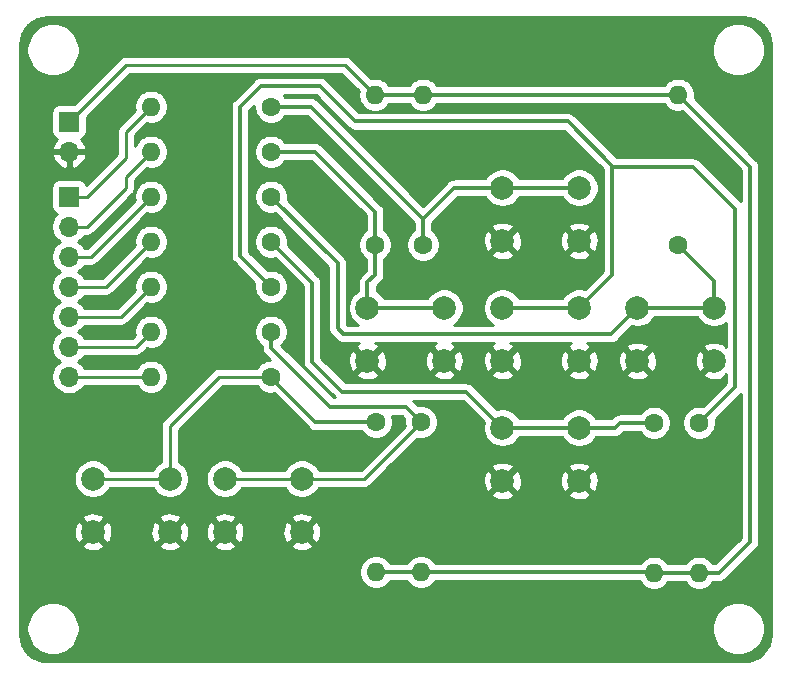
<source format=gbr>
%TF.GenerationSoftware,KiCad,Pcbnew,(5.1.10)-1*%
%TF.CreationDate,2021-10-30T19:23:44+02:00*%
%TF.ProjectId,Pi-Radio,50692d52-6164-4696-9f2e-6b696361645f,rev?*%
%TF.SameCoordinates,PX602aa70PY947d2f0*%
%TF.FileFunction,Copper,L2,Bot*%
%TF.FilePolarity,Positive*%
%FSLAX46Y46*%
G04 Gerber Fmt 4.6, Leading zero omitted, Abs format (unit mm)*
G04 Created by KiCad (PCBNEW (5.1.10)-1) date 2021-10-30 19:23:44*
%MOMM*%
%LPD*%
G01*
G04 APERTURE LIST*
%TA.AperFunction,ComponentPad*%
%ADD10O,1.700000X1.700000*%
%TD*%
%TA.AperFunction,ComponentPad*%
%ADD11R,1.700000X1.700000*%
%TD*%
%TA.AperFunction,ComponentPad*%
%ADD12C,2.000000*%
%TD*%
%TA.AperFunction,ComponentPad*%
%ADD13O,1.600000X1.600000*%
%TD*%
%TA.AperFunction,ComponentPad*%
%ADD14C,1.600000*%
%TD*%
%TA.AperFunction,Conductor*%
%ADD15C,0.250000*%
%TD*%
%TA.AperFunction,Conductor*%
%ADD16C,0.300000*%
%TD*%
%TA.AperFunction,Conductor*%
%ADD17C,0.254000*%
%TD*%
%TA.AperFunction,Conductor*%
%ADD18C,0.100000*%
%TD*%
G04 APERTURE END LIST*
D10*
%TO.P,J1,7*%
%TO.N,Pin16*%
X4926000Y25092000D03*
%TO.P,J1,6*%
%TO.N,Pin18*%
X4926000Y27632000D03*
%TO.P,J1,5*%
%TO.N,Pin8*%
X4926000Y30172000D03*
%TO.P,J1,4*%
%TO.N,Pin13*%
X4926000Y32712000D03*
%TO.P,J1,3*%
%TO.N,Pin15*%
X4926000Y35252000D03*
%TO.P,J1,2*%
%TO.N,Pin10*%
X4926000Y37792000D03*
D11*
%TO.P,J1,1*%
%TO.N,Pin11*%
X4926000Y40332000D03*
%TD*%
D12*
%TO.P,SW2,1*%
%TO.N,Net-(R3-Pad1)*%
X13458000Y16456000D03*
%TO.P,SW2,2*%
%TO.N,GND*%
X13458000Y11956000D03*
%TO.P,SW2,1*%
%TO.N,Net-(R3-Pad1)*%
X6958000Y16456000D03*
%TO.P,SW2,2*%
%TO.N,GND*%
X6958000Y11956000D03*
%TD*%
D13*
%TO.P,R8,2*%
%TO.N,Pin18*%
X11869354Y28906457D03*
D14*
%TO.P,R8,1*%
%TO.N,Net-(R7-Pad1)*%
X22029354Y28906457D03*
%TD*%
D13*
%TO.P,R2,2*%
%TO.N,Pin10*%
X11869354Y44146457D03*
D14*
%TO.P,R2,1*%
%TO.N,Net-(R1-Pad1)*%
X22029354Y44146457D03*
%TD*%
D13*
%TO.P,R3,2*%
%TO.N,+3V3*%
X30919354Y8548357D03*
D14*
%TO.P,R3,1*%
%TO.N,Net-(R3-Pad1)*%
X30919354Y21248357D03*
%TD*%
D13*
%TO.P,R4,2*%
%TO.N,Pin16*%
X11869354Y25096457D03*
D14*
%TO.P,R4,1*%
%TO.N,Net-(R3-Pad1)*%
X22029354Y25096457D03*
%TD*%
D13*
%TO.P,R5,2*%
%TO.N,+3V3*%
X34898000Y48968000D03*
D14*
%TO.P,R5,1*%
%TO.N,Net-(R5-Pad1)*%
X34898000Y36268000D03*
%TD*%
D13*
%TO.P,R11,2*%
%TO.N,+3V3*%
X54460457Y8496646D03*
D14*
%TO.P,R11,1*%
%TO.N,Net-(R11-Pad1)*%
X54460457Y21196646D03*
%TD*%
D13*
%TO.P,R9,2*%
%TO.N,+3V3*%
X58270457Y8496646D03*
D14*
%TO.P,R9,1*%
%TO.N,Net-(R10-Pad1)*%
X58270457Y21196646D03*
%TD*%
D12*
%TO.P,SW4,1*%
%TO.N,Net-(R7-Pad1)*%
X24634000Y16456000D03*
%TO.P,SW4,2*%
%TO.N,GND*%
X24634000Y11956000D03*
%TO.P,SW4,1*%
%TO.N,Net-(R7-Pad1)*%
X18134000Y16456000D03*
%TO.P,SW4,2*%
%TO.N,GND*%
X18134000Y11956000D03*
%TD*%
D13*
%TO.P,R10,2*%
%TO.N,Pin8*%
X11869354Y32716457D03*
D14*
%TO.P,R10,1*%
%TO.N,Net-(R10-Pad1)*%
X22029354Y32716457D03*
%TD*%
D13*
%TO.P,R1,2*%
%TO.N,+3V3*%
X30834000Y48968000D03*
D14*
%TO.P,R1,1*%
%TO.N,Net-(R1-Pad1)*%
X30834000Y36268000D03*
%TD*%
D12*
%TO.P,SW6,1*%
%TO.N,Net-(R11-Pad1)*%
X48125454Y20765757D03*
%TO.P,SW6,2*%
%TO.N,GND*%
X48125454Y16265757D03*
%TO.P,SW6,1*%
%TO.N,Net-(R11-Pad1)*%
X41625454Y20765757D03*
%TO.P,SW6,2*%
%TO.N,GND*%
X41625454Y16265757D03*
%TD*%
D13*
%TO.P,R12,2*%
%TO.N,Pin13*%
X11869354Y36526457D03*
D14*
%TO.P,R12,1*%
%TO.N,Net-(R11-Pad1)*%
X22029354Y36526457D03*
%TD*%
D12*
%TO.P,SW3,1*%
%TO.N,Net-(R5-Pad1)*%
X48125454Y41085757D03*
%TO.P,SW3,2*%
%TO.N,GND*%
X48125454Y36585757D03*
%TO.P,SW3,1*%
%TO.N,Net-(R5-Pad1)*%
X41625454Y41085757D03*
%TO.P,SW3,2*%
%TO.N,GND*%
X41625454Y36585757D03*
%TD*%
D13*
%TO.P,R7,2*%
%TO.N,+3V3*%
X34729354Y8548357D03*
D14*
%TO.P,R7,1*%
%TO.N,Net-(R7-Pad1)*%
X34729354Y21248357D03*
%TD*%
D10*
%TO.P,J8,2*%
%TO.N,GND*%
X4926000Y44142000D03*
D11*
%TO.P,J8,1*%
%TO.N,+3V3*%
X4926000Y46682000D03*
%TD*%
D13*
%TO.P,R6,2*%
%TO.N,Pin11*%
X11869354Y47956457D03*
D14*
%TO.P,R6,1*%
%TO.N,Net-(R5-Pad1)*%
X22029354Y47956457D03*
%TD*%
D13*
%TO.P,R13,2*%
%TO.N,+3V3*%
X56488000Y48968000D03*
D14*
%TO.P,R13,1*%
%TO.N,Net-(R13-Pad1)*%
X56488000Y36268000D03*
%TD*%
D12*
%TO.P,SW1,1*%
%TO.N,Net-(R1-Pad1)*%
X36695454Y30925757D03*
%TO.P,SW1,2*%
%TO.N,GND*%
X36695454Y26425757D03*
%TO.P,SW1,1*%
%TO.N,Net-(R1-Pad1)*%
X30195454Y30925757D03*
%TO.P,SW1,2*%
%TO.N,GND*%
X30195454Y26425757D03*
%TD*%
%TO.P,SW7,1*%
%TO.N,Net-(R13-Pad1)*%
X59555454Y30925757D03*
%TO.P,SW7,2*%
%TO.N,GND*%
X59555454Y26425757D03*
%TO.P,SW7,1*%
%TO.N,Net-(R13-Pad1)*%
X53055454Y30925757D03*
%TO.P,SW7,2*%
%TO.N,GND*%
X53055454Y26425757D03*
%TD*%
%TO.P,SW5,1*%
%TO.N,Net-(R10-Pad1)*%
X48125454Y30925757D03*
%TO.P,SW5,2*%
%TO.N,GND*%
X48125454Y26425757D03*
%TO.P,SW5,1*%
%TO.N,Net-(R10-Pad1)*%
X41625454Y30925757D03*
%TO.P,SW5,2*%
%TO.N,GND*%
X41625454Y26425757D03*
%TD*%
D13*
%TO.P,R14,2*%
%TO.N,Pin15*%
X11869354Y40336457D03*
D14*
%TO.P,R14,1*%
%TO.N,Net-(R13-Pad1)*%
X22029354Y40336457D03*
%TD*%
D15*
%TO.N,Pin8*%
X9324897Y30172000D02*
X11869354Y32716457D01*
X4926000Y30172000D02*
X9324897Y30172000D01*
%TO.N,Pin10*%
X4926000Y37792000D02*
X6450000Y37792000D01*
X6450000Y37792000D02*
X9752000Y41094000D01*
X9752000Y42029103D02*
X11869354Y44146457D01*
X9752000Y41094000D02*
X9752000Y42029103D01*
%TO.N,Pin11*%
X4926000Y40332000D02*
X5688000Y40332000D01*
X4926000Y40332000D02*
X6450000Y40332000D01*
X6450000Y40332000D02*
X9752000Y43634000D01*
X11869354Y47956457D02*
X9752000Y45839103D01*
X9752000Y45839103D02*
X9752000Y43634000D01*
%TO.N,Pin13*%
X8054897Y32712000D02*
X11869354Y36526457D01*
X4926000Y32712000D02*
X8054897Y32712000D01*
%TO.N,Pin15*%
X6784897Y35252000D02*
X11869354Y40336457D01*
X4926000Y35252000D02*
X6784897Y35252000D01*
%TO.N,Pin16*%
X11864897Y25092000D02*
X11869354Y25096457D01*
X4926000Y25092000D02*
X11864897Y25092000D01*
%TO.N,Pin18*%
X11610897Y28648000D02*
X11869354Y28906457D01*
X10594897Y27632000D02*
X11869354Y28906457D01*
X4926000Y27632000D02*
X10594897Y27632000D01*
D16*
%TO.N,+3V3*%
X30885711Y8582000D02*
X30919354Y8548357D01*
X30919354Y8548357D02*
X34729354Y8548357D01*
X54408746Y8548357D02*
X54460457Y8496646D01*
X34729354Y8548357D02*
X54408746Y8548357D01*
X54460457Y8496646D02*
X58270457Y8496646D01*
X56488000Y48968000D02*
X34898000Y48968000D01*
X34898000Y48968000D02*
X30834000Y48968000D01*
X58270457Y8496646D02*
X59958646Y8496646D01*
X59958646Y8496646D02*
X62584000Y11122000D01*
X62584000Y42872000D02*
X56488000Y48968000D01*
X62584000Y11122000D02*
X62584000Y42872000D01*
D15*
X30834000Y48968000D02*
X28294000Y51508000D01*
X9752000Y51508000D02*
X4926000Y46682000D01*
X28294000Y51508000D02*
X9752000Y51508000D01*
D16*
%TO.N,Net-(R1-Pad1)*%
X30195454Y30925757D02*
X36695454Y30925757D01*
X30195454Y30925757D02*
X30195454Y33089454D01*
X30834000Y33728000D02*
X30834000Y36268000D01*
X30195454Y33089454D02*
X30834000Y33728000D01*
X22029354Y44146457D02*
X25749543Y44146457D01*
X30834000Y39062000D02*
X30834000Y36268000D01*
X25749543Y44146457D02*
X30834000Y39062000D01*
%TO.N,Net-(R3-Pad1)*%
X30919354Y21248357D02*
X25787643Y21248357D01*
X22029354Y25006646D02*
X22029354Y25096457D01*
X25787643Y21248357D02*
X22029354Y25006646D01*
D15*
X6958000Y16456000D02*
X13458000Y16456000D01*
X13458000Y16456000D02*
X13458000Y20924000D01*
X17630457Y25096457D02*
X22029354Y25096457D01*
X13458000Y20924000D02*
X17630457Y25096457D01*
D16*
%TO.N,Net-(R5-Pad1)*%
X41625454Y41085757D02*
X48125454Y41085757D01*
X41617211Y41094000D02*
X41625454Y41085757D01*
X22029354Y47956457D02*
X25407543Y47956457D01*
X34898000Y38466000D02*
X34898000Y36268000D01*
X25407543Y47956457D02*
X34898000Y38466000D01*
X37517757Y41085757D02*
X34898000Y38466000D01*
X41625454Y41085757D02*
X37517757Y41085757D01*
%TO.N,Net-(R7-Pad1)*%
X27024000Y22552000D02*
X22029354Y27546646D01*
X33425711Y22552000D02*
X27024000Y22552000D01*
X22029354Y27546646D02*
X22029354Y28906457D01*
X34729354Y21248357D02*
X33425711Y22552000D01*
D15*
X18134000Y16456000D02*
X24634000Y16456000D01*
X29936997Y16456000D02*
X34729354Y21248357D01*
X24634000Y16456000D02*
X29936997Y16456000D01*
D16*
%TO.N,Net-(R10-Pad1)*%
X41625454Y30925757D02*
X48125454Y30925757D01*
X58270457Y21196646D02*
X61314000Y24240189D01*
X48125454Y30925757D02*
X50900000Y33700303D01*
X50900000Y33700303D02*
X50900000Y38554000D01*
X50900000Y38554000D02*
X50900000Y42872000D01*
X50900000Y42872000D02*
X57758000Y42872000D01*
X61314000Y39316000D02*
X61314000Y35760000D01*
X57758000Y42872000D02*
X61314000Y39316000D01*
X61314000Y35760000D02*
X61314000Y24240189D01*
X61314000Y36268000D02*
X61314000Y35760000D01*
X19404000Y47952000D02*
X19404000Y35341811D01*
X21154000Y49702000D02*
X19404000Y47952000D01*
X26162000Y49702000D02*
X21154000Y49702000D01*
X29162000Y46702000D02*
X26162000Y49702000D01*
X50900000Y42964000D02*
X47162000Y46702000D01*
X19404000Y35341811D02*
X22029354Y32716457D01*
X47162000Y46702000D02*
X29162000Y46702000D01*
X50900000Y42872000D02*
X50900000Y42964000D01*
%TO.N,Net-(R11-Pad1)*%
X41625454Y20765757D02*
X48125454Y20765757D01*
X48556343Y21196646D02*
X48125454Y20765757D01*
X25500000Y33055811D02*
X22029354Y36526457D01*
X25500000Y33055811D02*
X25500000Y26362000D01*
X25500000Y26362000D02*
X28040000Y23822000D01*
X38569211Y23822000D02*
X41625454Y20765757D01*
X28040000Y23822000D02*
X38569211Y23822000D01*
X48125454Y20765757D02*
X51145757Y20765757D01*
X51576646Y21196646D02*
X54460457Y21196646D01*
X51145757Y20765757D02*
X51576646Y21196646D01*
%TO.N,Net-(R13-Pad1)*%
X53055454Y30925757D02*
X59555454Y30925757D01*
X59555454Y33200546D02*
X56488000Y36268000D01*
X59555454Y30925757D02*
X59555454Y33200546D01*
X28162000Y28702000D02*
X50831697Y28702000D01*
X27662000Y29202000D02*
X28162000Y28702000D01*
X50831697Y28702000D02*
X53055454Y30925757D01*
X27662000Y34703811D02*
X27662000Y29202000D01*
X22029354Y40336457D02*
X27662000Y34703811D01*
%TD*%
D17*
%TO.N,GND*%
X62507255Y55474406D02*
X62929781Y55346838D01*
X63319482Y55139631D01*
X63661513Y54860676D01*
X63942849Y54520601D01*
X64152771Y54132356D01*
X64283285Y53710735D01*
X64333000Y53237726D01*
X64333001Y3291957D01*
X64286406Y2816745D01*
X64158838Y2394219D01*
X63951631Y2004518D01*
X63672676Y1662487D01*
X63332601Y1381151D01*
X62944356Y1171229D01*
X62522737Y1040715D01*
X62049726Y991000D01*
X3103947Y991000D01*
X2628745Y1037594D01*
X2206219Y1165162D01*
X1816518Y1372369D01*
X1474487Y1651324D01*
X1193151Y1991399D01*
X983229Y2379644D01*
X852715Y2801263D01*
X803000Y3274274D01*
X803000Y3977029D01*
X1323858Y3977029D01*
X1323858Y3534971D01*
X1410100Y3101408D01*
X1579268Y2693000D01*
X1824861Y2325443D01*
X2137443Y2012861D01*
X2505000Y1767268D01*
X2913408Y1598100D01*
X3346971Y1511858D01*
X3789029Y1511858D01*
X4222592Y1598100D01*
X4631000Y1767268D01*
X4998557Y2012861D01*
X5311139Y2325443D01*
X5556732Y2693000D01*
X5725900Y3101408D01*
X5812142Y3534971D01*
X5812142Y3977029D01*
X59323858Y3977029D01*
X59323858Y3534971D01*
X59410100Y3101408D01*
X59579268Y2693000D01*
X59824861Y2325443D01*
X60137443Y2012861D01*
X60505000Y1767268D01*
X60913408Y1598100D01*
X61346971Y1511858D01*
X61789029Y1511858D01*
X62222592Y1598100D01*
X62631000Y1767268D01*
X62998557Y2012861D01*
X63311139Y2325443D01*
X63556732Y2693000D01*
X63725900Y3101408D01*
X63812142Y3534971D01*
X63812142Y3977029D01*
X63725900Y4410592D01*
X63556732Y4819000D01*
X63311139Y5186557D01*
X62998557Y5499139D01*
X62631000Y5744732D01*
X62222592Y5913900D01*
X61789029Y6000142D01*
X61346971Y6000142D01*
X60913408Y5913900D01*
X60505000Y5744732D01*
X60137443Y5499139D01*
X59824861Y5186557D01*
X59579268Y4819000D01*
X59410100Y4410592D01*
X59323858Y3977029D01*
X5812142Y3977029D01*
X5725900Y4410592D01*
X5556732Y4819000D01*
X5311139Y5186557D01*
X4998557Y5499139D01*
X4631000Y5744732D01*
X4222592Y5913900D01*
X3789029Y6000142D01*
X3346971Y6000142D01*
X2913408Y5913900D01*
X2505000Y5744732D01*
X2137443Y5499139D01*
X1824861Y5186557D01*
X1579268Y4819000D01*
X1410100Y4410592D01*
X1323858Y3977029D01*
X803000Y3977029D01*
X803000Y10820587D01*
X6002192Y10820587D01*
X6097956Y10556186D01*
X6387571Y10415296D01*
X6699108Y10333616D01*
X7020595Y10314282D01*
X7339675Y10358039D01*
X7644088Y10463205D01*
X7818044Y10556186D01*
X7913808Y10820587D01*
X12502192Y10820587D01*
X12597956Y10556186D01*
X12887571Y10415296D01*
X13199108Y10333616D01*
X13520595Y10314282D01*
X13839675Y10358039D01*
X14144088Y10463205D01*
X14318044Y10556186D01*
X14413808Y10820587D01*
X17178192Y10820587D01*
X17273956Y10556186D01*
X17563571Y10415296D01*
X17875108Y10333616D01*
X18196595Y10314282D01*
X18515675Y10358039D01*
X18820088Y10463205D01*
X18994044Y10556186D01*
X19089808Y10820587D01*
X23678192Y10820587D01*
X23773956Y10556186D01*
X24063571Y10415296D01*
X24375108Y10333616D01*
X24696595Y10314282D01*
X25015675Y10358039D01*
X25320088Y10463205D01*
X25494044Y10556186D01*
X25589808Y10820587D01*
X24634000Y11776395D01*
X23678192Y10820587D01*
X19089808Y10820587D01*
X18134000Y11776395D01*
X17178192Y10820587D01*
X14413808Y10820587D01*
X13458000Y11776395D01*
X12502192Y10820587D01*
X7913808Y10820587D01*
X6958000Y11776395D01*
X6002192Y10820587D01*
X803000Y10820587D01*
X803000Y11893405D01*
X5316282Y11893405D01*
X5360039Y11574325D01*
X5465205Y11269912D01*
X5558186Y11095956D01*
X5822587Y11000192D01*
X6778395Y11956000D01*
X7137605Y11956000D01*
X8093413Y11000192D01*
X8357814Y11095956D01*
X8498704Y11385571D01*
X8580384Y11697108D01*
X8592189Y11893405D01*
X11816282Y11893405D01*
X11860039Y11574325D01*
X11965205Y11269912D01*
X12058186Y11095956D01*
X12322587Y11000192D01*
X13278395Y11956000D01*
X13637605Y11956000D01*
X14593413Y11000192D01*
X14857814Y11095956D01*
X14998704Y11385571D01*
X15080384Y11697108D01*
X15092189Y11893405D01*
X16492282Y11893405D01*
X16536039Y11574325D01*
X16641205Y11269912D01*
X16734186Y11095956D01*
X16998587Y11000192D01*
X17954395Y11956000D01*
X18313605Y11956000D01*
X19269413Y11000192D01*
X19533814Y11095956D01*
X19674704Y11385571D01*
X19756384Y11697108D01*
X19768189Y11893405D01*
X22992282Y11893405D01*
X23036039Y11574325D01*
X23141205Y11269912D01*
X23234186Y11095956D01*
X23498587Y11000192D01*
X24454395Y11956000D01*
X24813605Y11956000D01*
X25769413Y11000192D01*
X26033814Y11095956D01*
X26174704Y11385571D01*
X26256384Y11697108D01*
X26275718Y12018595D01*
X26231961Y12337675D01*
X26126795Y12642088D01*
X26033814Y12816044D01*
X25769413Y12911808D01*
X24813605Y11956000D01*
X24454395Y11956000D01*
X23498587Y12911808D01*
X23234186Y12816044D01*
X23093296Y12526429D01*
X23011616Y12214892D01*
X22992282Y11893405D01*
X19768189Y11893405D01*
X19775718Y12018595D01*
X19731961Y12337675D01*
X19626795Y12642088D01*
X19533814Y12816044D01*
X19269413Y12911808D01*
X18313605Y11956000D01*
X17954395Y11956000D01*
X16998587Y12911808D01*
X16734186Y12816044D01*
X16593296Y12526429D01*
X16511616Y12214892D01*
X16492282Y11893405D01*
X15092189Y11893405D01*
X15099718Y12018595D01*
X15055961Y12337675D01*
X14950795Y12642088D01*
X14857814Y12816044D01*
X14593413Y12911808D01*
X13637605Y11956000D01*
X13278395Y11956000D01*
X12322587Y12911808D01*
X12058186Y12816044D01*
X11917296Y12526429D01*
X11835616Y12214892D01*
X11816282Y11893405D01*
X8592189Y11893405D01*
X8599718Y12018595D01*
X8555961Y12337675D01*
X8450795Y12642088D01*
X8357814Y12816044D01*
X8093413Y12911808D01*
X7137605Y11956000D01*
X6778395Y11956000D01*
X5822587Y12911808D01*
X5558186Y12816044D01*
X5417296Y12526429D01*
X5335616Y12214892D01*
X5316282Y11893405D01*
X803000Y11893405D01*
X803000Y13091413D01*
X6002192Y13091413D01*
X6958000Y12135605D01*
X7913808Y13091413D01*
X12502192Y13091413D01*
X13458000Y12135605D01*
X14413808Y13091413D01*
X17178192Y13091413D01*
X18134000Y12135605D01*
X19089808Y13091413D01*
X23678192Y13091413D01*
X24634000Y12135605D01*
X25589808Y13091413D01*
X25494044Y13355814D01*
X25204429Y13496704D01*
X24892892Y13578384D01*
X24571405Y13597718D01*
X24252325Y13553961D01*
X23947912Y13448795D01*
X23773956Y13355814D01*
X23678192Y13091413D01*
X19089808Y13091413D01*
X18994044Y13355814D01*
X18704429Y13496704D01*
X18392892Y13578384D01*
X18071405Y13597718D01*
X17752325Y13553961D01*
X17447912Y13448795D01*
X17273956Y13355814D01*
X17178192Y13091413D01*
X14413808Y13091413D01*
X14318044Y13355814D01*
X14028429Y13496704D01*
X13716892Y13578384D01*
X13395405Y13597718D01*
X13076325Y13553961D01*
X12771912Y13448795D01*
X12597956Y13355814D01*
X12502192Y13091413D01*
X7913808Y13091413D01*
X7818044Y13355814D01*
X7528429Y13496704D01*
X7216892Y13578384D01*
X6895405Y13597718D01*
X6576325Y13553961D01*
X6271912Y13448795D01*
X6097956Y13355814D01*
X6002192Y13091413D01*
X803000Y13091413D01*
X803000Y16617033D01*
X5323000Y16617033D01*
X5323000Y16294967D01*
X5385832Y15979088D01*
X5509082Y15681537D01*
X5688013Y15413748D01*
X5915748Y15186013D01*
X6183537Y15007082D01*
X6481088Y14883832D01*
X6796967Y14821000D01*
X7119033Y14821000D01*
X7434912Y14883832D01*
X7732463Y15007082D01*
X8000252Y15186013D01*
X8227987Y15413748D01*
X8406918Y15681537D01*
X8412909Y15696000D01*
X12003091Y15696000D01*
X12009082Y15681537D01*
X12188013Y15413748D01*
X12415748Y15186013D01*
X12683537Y15007082D01*
X12981088Y14883832D01*
X13296967Y14821000D01*
X13619033Y14821000D01*
X13934912Y14883832D01*
X14232463Y15007082D01*
X14500252Y15186013D01*
X14727987Y15413748D01*
X14906918Y15681537D01*
X15030168Y15979088D01*
X15093000Y16294967D01*
X15093000Y16617033D01*
X15030168Y16932912D01*
X14906918Y17230463D01*
X14727987Y17498252D01*
X14500252Y17725987D01*
X14232463Y17904918D01*
X14218000Y17910909D01*
X14218000Y20609199D01*
X17945259Y24336457D01*
X20811311Y24336457D01*
X20914717Y24181698D01*
X21114595Y23981820D01*
X21349627Y23824777D01*
X21610780Y23716604D01*
X21888019Y23661457D01*
X22170689Y23661457D01*
X22248840Y23677002D01*
X25205301Y20720541D01*
X25229879Y20690593D01*
X25259827Y20666015D01*
X25259830Y20666012D01*
X25289202Y20641907D01*
X25349410Y20592495D01*
X25485783Y20519603D01*
X25599315Y20485163D01*
X25633755Y20474716D01*
X25648133Y20473300D01*
X25749082Y20463357D01*
X25749089Y20463357D01*
X25787642Y20459560D01*
X25826195Y20463357D01*
X29718015Y20463357D01*
X29804717Y20333598D01*
X30004595Y20133720D01*
X30239627Y19976677D01*
X30500780Y19868504D01*
X30778019Y19813357D01*
X31060689Y19813357D01*
X31337928Y19868504D01*
X31599081Y19976677D01*
X31834113Y20133720D01*
X32033991Y20333598D01*
X32191034Y20568630D01*
X32299207Y20829783D01*
X32354354Y21107022D01*
X32354354Y21389692D01*
X32299207Y21666931D01*
X32257757Y21767000D01*
X33100554Y21767000D01*
X33324800Y21542754D01*
X33294354Y21389692D01*
X33294354Y21107022D01*
X33330666Y20924471D01*
X29622196Y17216000D01*
X26088909Y17216000D01*
X26082918Y17230463D01*
X25903987Y17498252D01*
X25676252Y17725987D01*
X25408463Y17904918D01*
X25110912Y18028168D01*
X24795033Y18091000D01*
X24472967Y18091000D01*
X24157088Y18028168D01*
X23859537Y17904918D01*
X23591748Y17725987D01*
X23364013Y17498252D01*
X23185082Y17230463D01*
X23179091Y17216000D01*
X19588909Y17216000D01*
X19582918Y17230463D01*
X19403987Y17498252D01*
X19176252Y17725987D01*
X18908463Y17904918D01*
X18610912Y18028168D01*
X18295033Y18091000D01*
X17972967Y18091000D01*
X17657088Y18028168D01*
X17359537Y17904918D01*
X17091748Y17725987D01*
X16864013Y17498252D01*
X16685082Y17230463D01*
X16561832Y16932912D01*
X16499000Y16617033D01*
X16499000Y16294967D01*
X16561832Y15979088D01*
X16685082Y15681537D01*
X16864013Y15413748D01*
X17091748Y15186013D01*
X17359537Y15007082D01*
X17657088Y14883832D01*
X17972967Y14821000D01*
X18295033Y14821000D01*
X18610912Y14883832D01*
X18908463Y15007082D01*
X19176252Y15186013D01*
X19403987Y15413748D01*
X19582918Y15681537D01*
X19588909Y15696000D01*
X23179091Y15696000D01*
X23185082Y15681537D01*
X23364013Y15413748D01*
X23591748Y15186013D01*
X23859537Y15007082D01*
X24157088Y14883832D01*
X24472967Y14821000D01*
X24795033Y14821000D01*
X25110912Y14883832D01*
X25408463Y15007082D01*
X25592937Y15130344D01*
X40669646Y15130344D01*
X40765410Y14865943D01*
X41055025Y14725053D01*
X41366562Y14643373D01*
X41688049Y14624039D01*
X42007129Y14667796D01*
X42311542Y14772962D01*
X42485498Y14865943D01*
X42581262Y15130344D01*
X47169646Y15130344D01*
X47265410Y14865943D01*
X47555025Y14725053D01*
X47866562Y14643373D01*
X48188049Y14624039D01*
X48507129Y14667796D01*
X48811542Y14772962D01*
X48985498Y14865943D01*
X49081262Y15130344D01*
X48125454Y16086152D01*
X47169646Y15130344D01*
X42581262Y15130344D01*
X41625454Y16086152D01*
X40669646Y15130344D01*
X25592937Y15130344D01*
X25676252Y15186013D01*
X25903987Y15413748D01*
X26082918Y15681537D01*
X26088909Y15696000D01*
X29899675Y15696000D01*
X29936997Y15692324D01*
X29974319Y15696000D01*
X29974330Y15696000D01*
X30085983Y15706997D01*
X30229244Y15750454D01*
X30361273Y15821026D01*
X30476998Y15915999D01*
X30500801Y15945003D01*
X30758960Y16203162D01*
X39983736Y16203162D01*
X40027493Y15884082D01*
X40132659Y15579669D01*
X40225640Y15405713D01*
X40490041Y15309949D01*
X41445849Y16265757D01*
X41805059Y16265757D01*
X42760867Y15309949D01*
X43025268Y15405713D01*
X43166158Y15695328D01*
X43247838Y16006865D01*
X43259643Y16203162D01*
X46483736Y16203162D01*
X46527493Y15884082D01*
X46632659Y15579669D01*
X46725640Y15405713D01*
X46990041Y15309949D01*
X47945849Y16265757D01*
X48305059Y16265757D01*
X49260867Y15309949D01*
X49525268Y15405713D01*
X49666158Y15695328D01*
X49747838Y16006865D01*
X49767172Y16328352D01*
X49723415Y16647432D01*
X49618249Y16951845D01*
X49525268Y17125801D01*
X49260867Y17221565D01*
X48305059Y16265757D01*
X47945849Y16265757D01*
X46990041Y17221565D01*
X46725640Y17125801D01*
X46584750Y16836186D01*
X46503070Y16524649D01*
X46483736Y16203162D01*
X43259643Y16203162D01*
X43267172Y16328352D01*
X43223415Y16647432D01*
X43118249Y16951845D01*
X43025268Y17125801D01*
X42760867Y17221565D01*
X41805059Y16265757D01*
X41445849Y16265757D01*
X40490041Y17221565D01*
X40225640Y17125801D01*
X40084750Y16836186D01*
X40003070Y16524649D01*
X39983736Y16203162D01*
X30758960Y16203162D01*
X31956968Y17401170D01*
X40669646Y17401170D01*
X41625454Y16445362D01*
X42581262Y17401170D01*
X47169646Y17401170D01*
X48125454Y16445362D01*
X49081262Y17401170D01*
X48985498Y17665571D01*
X48695883Y17806461D01*
X48384346Y17888141D01*
X48062859Y17907475D01*
X47743779Y17863718D01*
X47439366Y17758552D01*
X47265410Y17665571D01*
X47169646Y17401170D01*
X42581262Y17401170D01*
X42485498Y17665571D01*
X42195883Y17806461D01*
X41884346Y17888141D01*
X41562859Y17907475D01*
X41243779Y17863718D01*
X40939366Y17758552D01*
X40765410Y17665571D01*
X40669646Y17401170D01*
X31956968Y17401170D01*
X34405468Y19849669D01*
X34588019Y19813357D01*
X34870689Y19813357D01*
X35147928Y19868504D01*
X35409081Y19976677D01*
X35644113Y20133720D01*
X35843991Y20333598D01*
X36001034Y20568630D01*
X36109207Y20829783D01*
X36164354Y21107022D01*
X36164354Y21389692D01*
X36109207Y21666931D01*
X36001034Y21928084D01*
X35843991Y22163116D01*
X35644113Y22362994D01*
X35409081Y22520037D01*
X35147928Y22628210D01*
X34870689Y22683357D01*
X34588019Y22683357D01*
X34434957Y22652911D01*
X34050868Y23037000D01*
X38244054Y23037000D01*
X40050814Y21230240D01*
X39990454Y20926790D01*
X39990454Y20604724D01*
X40053286Y20288845D01*
X40176536Y19991294D01*
X40355467Y19723505D01*
X40583202Y19495770D01*
X40850991Y19316839D01*
X41148542Y19193589D01*
X41464421Y19130757D01*
X41786487Y19130757D01*
X42102366Y19193589D01*
X42399917Y19316839D01*
X42667706Y19495770D01*
X42895441Y19723505D01*
X43067331Y19980757D01*
X46683577Y19980757D01*
X46855467Y19723505D01*
X47083202Y19495770D01*
X47350991Y19316839D01*
X47648542Y19193589D01*
X47964421Y19130757D01*
X48286487Y19130757D01*
X48602366Y19193589D01*
X48899917Y19316839D01*
X49167706Y19495770D01*
X49395441Y19723505D01*
X49567331Y19980757D01*
X51107204Y19980757D01*
X51145757Y19976960D01*
X51184310Y19980757D01*
X51184318Y19980757D01*
X51299644Y19992116D01*
X51447617Y20037003D01*
X51583990Y20109895D01*
X51703521Y20207993D01*
X51728104Y20237947D01*
X51901803Y20411646D01*
X53259118Y20411646D01*
X53345820Y20281887D01*
X53545698Y20082009D01*
X53780730Y19924966D01*
X54041883Y19816793D01*
X54319122Y19761646D01*
X54601792Y19761646D01*
X54879031Y19816793D01*
X55140184Y19924966D01*
X55375216Y20082009D01*
X55575094Y20281887D01*
X55732137Y20516919D01*
X55840310Y20778072D01*
X55895457Y21055311D01*
X55895457Y21337981D01*
X55840310Y21615220D01*
X55732137Y21876373D01*
X55575094Y22111405D01*
X55375216Y22311283D01*
X55140184Y22468326D01*
X54879031Y22576499D01*
X54601792Y22631646D01*
X54319122Y22631646D01*
X54041883Y22576499D01*
X53780730Y22468326D01*
X53545698Y22311283D01*
X53345820Y22111405D01*
X53259118Y21981646D01*
X51615198Y21981646D01*
X51576645Y21985443D01*
X51538092Y21981646D01*
X51538085Y21981646D01*
X51422759Y21970287D01*
X51274786Y21925400D01*
X51138413Y21852508D01*
X51018882Y21754410D01*
X50994301Y21724458D01*
X50820600Y21550757D01*
X49567331Y21550757D01*
X49395441Y21808009D01*
X49167706Y22035744D01*
X48899917Y22214675D01*
X48602366Y22337925D01*
X48286487Y22400757D01*
X47964421Y22400757D01*
X47648542Y22337925D01*
X47350991Y22214675D01*
X47083202Y22035744D01*
X46855467Y21808009D01*
X46683577Y21550757D01*
X43067331Y21550757D01*
X42895441Y21808009D01*
X42667706Y22035744D01*
X42399917Y22214675D01*
X42102366Y22337925D01*
X41786487Y22400757D01*
X41464421Y22400757D01*
X41160971Y22340397D01*
X39151558Y24349810D01*
X39126975Y24379764D01*
X39007444Y24477862D01*
X38871071Y24550754D01*
X38723098Y24595641D01*
X38607772Y24607000D01*
X38607764Y24607000D01*
X38569211Y24610797D01*
X38530658Y24607000D01*
X28365158Y24607000D01*
X27681814Y25290344D01*
X29239646Y25290344D01*
X29335410Y25025943D01*
X29625025Y24885053D01*
X29936562Y24803373D01*
X30258049Y24784039D01*
X30577129Y24827796D01*
X30881542Y24932962D01*
X31055498Y25025943D01*
X31151262Y25290344D01*
X35739646Y25290344D01*
X35835410Y25025943D01*
X36125025Y24885053D01*
X36436562Y24803373D01*
X36758049Y24784039D01*
X37077129Y24827796D01*
X37381542Y24932962D01*
X37555498Y25025943D01*
X37651262Y25290344D01*
X40669646Y25290344D01*
X40765410Y25025943D01*
X41055025Y24885053D01*
X41366562Y24803373D01*
X41688049Y24784039D01*
X42007129Y24827796D01*
X42311542Y24932962D01*
X42485498Y25025943D01*
X42581262Y25290344D01*
X47169646Y25290344D01*
X47265410Y25025943D01*
X47555025Y24885053D01*
X47866562Y24803373D01*
X48188049Y24784039D01*
X48507129Y24827796D01*
X48811542Y24932962D01*
X48985498Y25025943D01*
X49081262Y25290344D01*
X52099646Y25290344D01*
X52195410Y25025943D01*
X52485025Y24885053D01*
X52796562Y24803373D01*
X53118049Y24784039D01*
X53437129Y24827796D01*
X53741542Y24932962D01*
X53915498Y25025943D01*
X54011262Y25290344D01*
X53055454Y26246152D01*
X52099646Y25290344D01*
X49081262Y25290344D01*
X48125454Y26246152D01*
X47169646Y25290344D01*
X42581262Y25290344D01*
X41625454Y26246152D01*
X40669646Y25290344D01*
X37651262Y25290344D01*
X36695454Y26246152D01*
X35739646Y25290344D01*
X31151262Y25290344D01*
X30195454Y26246152D01*
X29239646Y25290344D01*
X27681814Y25290344D01*
X26608996Y26363162D01*
X28553736Y26363162D01*
X28597493Y26044082D01*
X28702659Y25739669D01*
X28795640Y25565713D01*
X29060041Y25469949D01*
X30015849Y26425757D01*
X30375059Y26425757D01*
X31330867Y25469949D01*
X31595268Y25565713D01*
X31736158Y25855328D01*
X31817838Y26166865D01*
X31829643Y26363162D01*
X35053736Y26363162D01*
X35097493Y26044082D01*
X35202659Y25739669D01*
X35295640Y25565713D01*
X35560041Y25469949D01*
X36515849Y26425757D01*
X36875059Y26425757D01*
X37830867Y25469949D01*
X38095268Y25565713D01*
X38236158Y25855328D01*
X38317838Y26166865D01*
X38329643Y26363162D01*
X39983736Y26363162D01*
X40027493Y26044082D01*
X40132659Y25739669D01*
X40225640Y25565713D01*
X40490041Y25469949D01*
X41445849Y26425757D01*
X41805059Y26425757D01*
X42760867Y25469949D01*
X43025268Y25565713D01*
X43166158Y25855328D01*
X43247838Y26166865D01*
X43259643Y26363162D01*
X46483736Y26363162D01*
X46527493Y26044082D01*
X46632659Y25739669D01*
X46725640Y25565713D01*
X46990041Y25469949D01*
X47945849Y26425757D01*
X48305059Y26425757D01*
X49260867Y25469949D01*
X49525268Y25565713D01*
X49666158Y25855328D01*
X49747838Y26166865D01*
X49759643Y26363162D01*
X51413736Y26363162D01*
X51457493Y26044082D01*
X51562659Y25739669D01*
X51655640Y25565713D01*
X51920041Y25469949D01*
X52875849Y26425757D01*
X53235059Y26425757D01*
X54190867Y25469949D01*
X54455268Y25565713D01*
X54596158Y25855328D01*
X54677838Y26166865D01*
X54689643Y26363162D01*
X57913736Y26363162D01*
X57957493Y26044082D01*
X58062659Y25739669D01*
X58155640Y25565713D01*
X58420041Y25469949D01*
X59375849Y26425757D01*
X58420041Y27381565D01*
X58155640Y27285801D01*
X58014750Y26996186D01*
X57933070Y26684649D01*
X57913736Y26363162D01*
X54689643Y26363162D01*
X54697172Y26488352D01*
X54653415Y26807432D01*
X54548249Y27111845D01*
X54455268Y27285801D01*
X54190867Y27381565D01*
X53235059Y26425757D01*
X52875849Y26425757D01*
X51920041Y27381565D01*
X51655640Y27285801D01*
X51514750Y26996186D01*
X51433070Y26684649D01*
X51413736Y26363162D01*
X49759643Y26363162D01*
X49767172Y26488352D01*
X49723415Y26807432D01*
X49618249Y27111845D01*
X49525268Y27285801D01*
X49260867Y27381565D01*
X48305059Y26425757D01*
X47945849Y26425757D01*
X46990041Y27381565D01*
X46725640Y27285801D01*
X46584750Y26996186D01*
X46503070Y26684649D01*
X46483736Y26363162D01*
X43259643Y26363162D01*
X43267172Y26488352D01*
X43223415Y26807432D01*
X43118249Y27111845D01*
X43025268Y27285801D01*
X42760867Y27381565D01*
X41805059Y26425757D01*
X41445849Y26425757D01*
X40490041Y27381565D01*
X40225640Y27285801D01*
X40084750Y26996186D01*
X40003070Y26684649D01*
X39983736Y26363162D01*
X38329643Y26363162D01*
X38337172Y26488352D01*
X38293415Y26807432D01*
X38188249Y27111845D01*
X38095268Y27285801D01*
X37830867Y27381565D01*
X36875059Y26425757D01*
X36515849Y26425757D01*
X35560041Y27381565D01*
X35295640Y27285801D01*
X35154750Y26996186D01*
X35073070Y26684649D01*
X35053736Y26363162D01*
X31829643Y26363162D01*
X31837172Y26488352D01*
X31793415Y26807432D01*
X31688249Y27111845D01*
X31595268Y27285801D01*
X31330867Y27381565D01*
X30375059Y26425757D01*
X30015849Y26425757D01*
X29060041Y27381565D01*
X28795640Y27285801D01*
X28654750Y26996186D01*
X28573070Y26684649D01*
X28553736Y26363162D01*
X26608996Y26363162D01*
X26285000Y26687157D01*
X26285000Y33017255D01*
X26288797Y33055811D01*
X26285000Y33094371D01*
X26285000Y33094372D01*
X26277306Y33172491D01*
X26273642Y33209698D01*
X26228754Y33357671D01*
X26210772Y33391313D01*
X26155862Y33494044D01*
X26057764Y33613575D01*
X26027811Y33638157D01*
X23433908Y36232060D01*
X23464354Y36385122D01*
X23464354Y36667792D01*
X23409207Y36945031D01*
X23301034Y37206184D01*
X23143991Y37441216D01*
X22944113Y37641094D01*
X22709081Y37798137D01*
X22447928Y37906310D01*
X22170689Y37961457D01*
X21888019Y37961457D01*
X21610780Y37906310D01*
X21349627Y37798137D01*
X21114595Y37641094D01*
X20914717Y37441216D01*
X20757674Y37206184D01*
X20649501Y36945031D01*
X20594354Y36667792D01*
X20594354Y36385122D01*
X20649501Y36107883D01*
X20757674Y35846730D01*
X20914717Y35611698D01*
X21114595Y35411820D01*
X21349627Y35254777D01*
X21610780Y35146604D01*
X21888019Y35091457D01*
X22170689Y35091457D01*
X22323751Y35121903D01*
X24715000Y32730654D01*
X24715001Y26400563D01*
X24711203Y26362000D01*
X24726359Y26208114D01*
X24771246Y26060141D01*
X24771247Y26060140D01*
X24844139Y25923767D01*
X24884690Y25874356D01*
X24917655Y25834188D01*
X24917659Y25834184D01*
X24942237Y25804236D01*
X24972185Y25779658D01*
X27414842Y23337000D01*
X27349158Y23337000D01*
X22914274Y27771883D01*
X22944113Y27791820D01*
X23143991Y27991698D01*
X23301034Y28226730D01*
X23409207Y28487883D01*
X23464354Y28765122D01*
X23464354Y29047792D01*
X23409207Y29325031D01*
X23301034Y29586184D01*
X23143991Y29821216D01*
X22944113Y30021094D01*
X22709081Y30178137D01*
X22447928Y30286310D01*
X22170689Y30341457D01*
X21888019Y30341457D01*
X21610780Y30286310D01*
X21349627Y30178137D01*
X21114595Y30021094D01*
X20914717Y29821216D01*
X20757674Y29586184D01*
X20649501Y29325031D01*
X20594354Y29047792D01*
X20594354Y28765122D01*
X20649501Y28487883D01*
X20757674Y28226730D01*
X20914717Y27991698D01*
X21114595Y27791820D01*
X21244354Y27705118D01*
X21244354Y27585199D01*
X21240557Y27546646D01*
X21244354Y27508093D01*
X21244354Y27508086D01*
X21255713Y27392760D01*
X21300600Y27244787D01*
X21373492Y27108414D01*
X21471590Y26988882D01*
X21501544Y26964299D01*
X21934386Y26531457D01*
X21888019Y26531457D01*
X21610780Y26476310D01*
X21349627Y26368137D01*
X21114595Y26211094D01*
X20914717Y26011216D01*
X20811311Y25856457D01*
X17667779Y25856457D01*
X17630456Y25860133D01*
X17593133Y25856457D01*
X17593124Y25856457D01*
X17481471Y25845460D01*
X17338210Y25802003D01*
X17206181Y25731431D01*
X17090456Y25636458D01*
X17066658Y25607460D01*
X12946998Y21487799D01*
X12918000Y21464001D01*
X12894202Y21435003D01*
X12894201Y21435002D01*
X12823026Y21348276D01*
X12752454Y21216246D01*
X12708998Y21072985D01*
X12694324Y20924000D01*
X12698001Y20886668D01*
X12698000Y17910909D01*
X12683537Y17904918D01*
X12415748Y17725987D01*
X12188013Y17498252D01*
X12009082Y17230463D01*
X12003091Y17216000D01*
X8412909Y17216000D01*
X8406918Y17230463D01*
X8227987Y17498252D01*
X8000252Y17725987D01*
X7732463Y17904918D01*
X7434912Y18028168D01*
X7119033Y18091000D01*
X6796967Y18091000D01*
X6481088Y18028168D01*
X6183537Y17904918D01*
X5915748Y17725987D01*
X5688013Y17498252D01*
X5509082Y17230463D01*
X5385832Y16932912D01*
X5323000Y16617033D01*
X803000Y16617033D01*
X803000Y41182000D01*
X3437928Y41182000D01*
X3437928Y39482000D01*
X3450188Y39357518D01*
X3486498Y39237820D01*
X3545463Y39127506D01*
X3624815Y39030815D01*
X3721506Y38951463D01*
X3831820Y38892498D01*
X3904380Y38870487D01*
X3772525Y38738632D01*
X3610010Y38495411D01*
X3498068Y38225158D01*
X3441000Y37938260D01*
X3441000Y37645740D01*
X3498068Y37358842D01*
X3610010Y37088589D01*
X3772525Y36845368D01*
X3979368Y36638525D01*
X4153760Y36522000D01*
X3979368Y36405475D01*
X3772525Y36198632D01*
X3610010Y35955411D01*
X3498068Y35685158D01*
X3441000Y35398260D01*
X3441000Y35105740D01*
X3498068Y34818842D01*
X3610010Y34548589D01*
X3772525Y34305368D01*
X3979368Y34098525D01*
X4153760Y33982000D01*
X3979368Y33865475D01*
X3772525Y33658632D01*
X3610010Y33415411D01*
X3498068Y33145158D01*
X3441000Y32858260D01*
X3441000Y32565740D01*
X3498068Y32278842D01*
X3610010Y32008589D01*
X3772525Y31765368D01*
X3979368Y31558525D01*
X4153760Y31442000D01*
X3979368Y31325475D01*
X3772525Y31118632D01*
X3610010Y30875411D01*
X3498068Y30605158D01*
X3441000Y30318260D01*
X3441000Y30025740D01*
X3498068Y29738842D01*
X3610010Y29468589D01*
X3772525Y29225368D01*
X3979368Y29018525D01*
X4153760Y28902000D01*
X3979368Y28785475D01*
X3772525Y28578632D01*
X3610010Y28335411D01*
X3498068Y28065158D01*
X3441000Y27778260D01*
X3441000Y27485740D01*
X3498068Y27198842D01*
X3610010Y26928589D01*
X3772525Y26685368D01*
X3979368Y26478525D01*
X4153760Y26362000D01*
X3979368Y26245475D01*
X3772525Y26038632D01*
X3610010Y25795411D01*
X3498068Y25525158D01*
X3441000Y25238260D01*
X3441000Y24945740D01*
X3498068Y24658842D01*
X3610010Y24388589D01*
X3772525Y24145368D01*
X3979368Y23938525D01*
X4222589Y23776010D01*
X4492842Y23664068D01*
X4779740Y23607000D01*
X5072260Y23607000D01*
X5359158Y23664068D01*
X5629411Y23776010D01*
X5872632Y23938525D01*
X6079475Y24145368D01*
X6204178Y24332000D01*
X10654289Y24332000D01*
X10754717Y24181698D01*
X10954595Y23981820D01*
X11189627Y23824777D01*
X11450780Y23716604D01*
X11728019Y23661457D01*
X12010689Y23661457D01*
X12287928Y23716604D01*
X12549081Y23824777D01*
X12784113Y23981820D01*
X12983991Y24181698D01*
X13141034Y24416730D01*
X13249207Y24677883D01*
X13304354Y24955122D01*
X13304354Y25237792D01*
X13249207Y25515031D01*
X13141034Y25776184D01*
X12983991Y26011216D01*
X12784113Y26211094D01*
X12549081Y26368137D01*
X12287928Y26476310D01*
X12010689Y26531457D01*
X11728019Y26531457D01*
X11450780Y26476310D01*
X11189627Y26368137D01*
X10954595Y26211094D01*
X10754717Y26011216D01*
X10648333Y25852000D01*
X6204178Y25852000D01*
X6079475Y26038632D01*
X5872632Y26245475D01*
X5698240Y26362000D01*
X5872632Y26478525D01*
X6079475Y26685368D01*
X6204178Y26872000D01*
X10557575Y26872000D01*
X10594897Y26868324D01*
X10632219Y26872000D01*
X10632230Y26872000D01*
X10743883Y26882997D01*
X10887144Y26926454D01*
X11019173Y26997026D01*
X11134898Y27091999D01*
X11158700Y27121002D01*
X11545468Y27507769D01*
X11728019Y27471457D01*
X12010689Y27471457D01*
X12287928Y27526604D01*
X12549081Y27634777D01*
X12784113Y27791820D01*
X12983991Y27991698D01*
X13141034Y28226730D01*
X13249207Y28487883D01*
X13304354Y28765122D01*
X13304354Y29047792D01*
X13249207Y29325031D01*
X13141034Y29586184D01*
X12983991Y29821216D01*
X12784113Y30021094D01*
X12549081Y30178137D01*
X12287928Y30286310D01*
X12010689Y30341457D01*
X11728019Y30341457D01*
X11450780Y30286310D01*
X11189627Y30178137D01*
X10954595Y30021094D01*
X10754717Y29821216D01*
X10597674Y29586184D01*
X10489501Y29325031D01*
X10434354Y29047792D01*
X10434354Y28765122D01*
X10470666Y28582571D01*
X10280096Y28392000D01*
X6204178Y28392000D01*
X6079475Y28578632D01*
X5872632Y28785475D01*
X5698240Y28902000D01*
X5872632Y29018525D01*
X6079475Y29225368D01*
X6204178Y29412000D01*
X9287575Y29412000D01*
X9324897Y29408324D01*
X9362219Y29412000D01*
X9362230Y29412000D01*
X9473883Y29422997D01*
X9617144Y29466454D01*
X9749173Y29537026D01*
X9864898Y29631999D01*
X9888701Y29661003D01*
X11545468Y31317769D01*
X11728019Y31281457D01*
X12010689Y31281457D01*
X12287928Y31336604D01*
X12549081Y31444777D01*
X12784113Y31601820D01*
X12983991Y31801698D01*
X13141034Y32036730D01*
X13249207Y32297883D01*
X13304354Y32575122D01*
X13304354Y32857792D01*
X13249207Y33135031D01*
X13141034Y33396184D01*
X12983991Y33631216D01*
X12784113Y33831094D01*
X12549081Y33988137D01*
X12287928Y34096310D01*
X12010689Y34151457D01*
X11728019Y34151457D01*
X11450780Y34096310D01*
X11189627Y33988137D01*
X10954595Y33831094D01*
X10754717Y33631216D01*
X10597674Y33396184D01*
X10489501Y33135031D01*
X10434354Y32857792D01*
X10434354Y32575122D01*
X10470666Y32392571D01*
X9010096Y30932000D01*
X6204178Y30932000D01*
X6079475Y31118632D01*
X5872632Y31325475D01*
X5698240Y31442000D01*
X5872632Y31558525D01*
X6079475Y31765368D01*
X6204178Y31952000D01*
X8017575Y31952000D01*
X8054897Y31948324D01*
X8092219Y31952000D01*
X8092230Y31952000D01*
X8203883Y31962997D01*
X8347144Y32006454D01*
X8479173Y32077026D01*
X8594898Y32171999D01*
X8618701Y32201003D01*
X11545468Y35127769D01*
X11728019Y35091457D01*
X12010689Y35091457D01*
X12287928Y35146604D01*
X12549081Y35254777D01*
X12784113Y35411820D01*
X12983991Y35611698D01*
X13141034Y35846730D01*
X13249207Y36107883D01*
X13304354Y36385122D01*
X13304354Y36667792D01*
X13249207Y36945031D01*
X13141034Y37206184D01*
X12983991Y37441216D01*
X12784113Y37641094D01*
X12549081Y37798137D01*
X12287928Y37906310D01*
X12010689Y37961457D01*
X11728019Y37961457D01*
X11450780Y37906310D01*
X11189627Y37798137D01*
X10954595Y37641094D01*
X10754717Y37441216D01*
X10597674Y37206184D01*
X10489501Y36945031D01*
X10434354Y36667792D01*
X10434354Y36385122D01*
X10470666Y36202571D01*
X7740096Y33472000D01*
X6204178Y33472000D01*
X6079475Y33658632D01*
X5872632Y33865475D01*
X5698240Y33982000D01*
X5872632Y34098525D01*
X6079475Y34305368D01*
X6204178Y34492000D01*
X6747575Y34492000D01*
X6784897Y34488324D01*
X6822219Y34492000D01*
X6822230Y34492000D01*
X6933883Y34502997D01*
X7077144Y34546454D01*
X7209173Y34617026D01*
X7324898Y34711999D01*
X7348701Y34741003D01*
X11545468Y38937769D01*
X11728019Y38901457D01*
X12010689Y38901457D01*
X12287928Y38956604D01*
X12549081Y39064777D01*
X12784113Y39221820D01*
X12983991Y39421698D01*
X13141034Y39656730D01*
X13249207Y39917883D01*
X13304354Y40195122D01*
X13304354Y40477792D01*
X13249207Y40755031D01*
X13141034Y41016184D01*
X12983991Y41251216D01*
X12784113Y41451094D01*
X12549081Y41608137D01*
X12287928Y41716310D01*
X12010689Y41771457D01*
X11728019Y41771457D01*
X11450780Y41716310D01*
X11189627Y41608137D01*
X10954595Y41451094D01*
X10754717Y41251216D01*
X10597674Y41016184D01*
X10489501Y40755031D01*
X10434354Y40477792D01*
X10434354Y40195122D01*
X10470666Y40012571D01*
X6470096Y36012000D01*
X6204178Y36012000D01*
X6079475Y36198632D01*
X5872632Y36405475D01*
X5698240Y36522000D01*
X5872632Y36638525D01*
X6079475Y36845368D01*
X6204178Y37032000D01*
X6412678Y37032000D01*
X6450000Y37028324D01*
X6487322Y37032000D01*
X6487333Y37032000D01*
X6598986Y37042997D01*
X6742247Y37086454D01*
X6874276Y37157026D01*
X6990001Y37251999D01*
X7013804Y37281003D01*
X10263004Y40530202D01*
X10292001Y40553999D01*
X10386974Y40669724D01*
X10457546Y40801753D01*
X10501003Y40945014D01*
X10512000Y41056667D01*
X10512000Y41056676D01*
X10515676Y41093999D01*
X10512000Y41131322D01*
X10512000Y41714302D01*
X11545468Y42747769D01*
X11728019Y42711457D01*
X12010689Y42711457D01*
X12287928Y42766604D01*
X12549081Y42874777D01*
X12784113Y43031820D01*
X12983991Y43231698D01*
X13141034Y43466730D01*
X13249207Y43727883D01*
X13304354Y44005122D01*
X13304354Y44287792D01*
X13249207Y44565031D01*
X13141034Y44826184D01*
X12983991Y45061216D01*
X12784113Y45261094D01*
X12549081Y45418137D01*
X12287928Y45526310D01*
X12010689Y45581457D01*
X11728019Y45581457D01*
X11450780Y45526310D01*
X11189627Y45418137D01*
X10954595Y45261094D01*
X10754717Y45061216D01*
X10597674Y44826184D01*
X10512000Y44619348D01*
X10512000Y45524302D01*
X11545468Y46557769D01*
X11728019Y46521457D01*
X12010689Y46521457D01*
X12287928Y46576604D01*
X12549081Y46684777D01*
X12784113Y46841820D01*
X12983991Y47041698D01*
X13141034Y47276730D01*
X13249207Y47537883D01*
X13304354Y47815122D01*
X13304354Y48097792D01*
X13249207Y48375031D01*
X13141034Y48636184D01*
X12983991Y48871216D01*
X12784113Y49071094D01*
X12549081Y49228137D01*
X12287928Y49336310D01*
X12010689Y49391457D01*
X11728019Y49391457D01*
X11450780Y49336310D01*
X11189627Y49228137D01*
X10954595Y49071094D01*
X10754717Y48871216D01*
X10597674Y48636184D01*
X10489501Y48375031D01*
X10434354Y48097792D01*
X10434354Y47815122D01*
X10470666Y47632571D01*
X9241003Y46402907D01*
X9211999Y46379104D01*
X9156871Y46311929D01*
X9117026Y46263379D01*
X9069352Y46174188D01*
X9046454Y46131349D01*
X9002997Y45988088D01*
X8992000Y45876435D01*
X8992000Y45876425D01*
X8988324Y45839103D01*
X8992000Y45801780D01*
X8992001Y43948803D01*
X6389679Y41346480D01*
X6365502Y41426180D01*
X6306537Y41536494D01*
X6227185Y41633185D01*
X6130494Y41712537D01*
X6020180Y41771502D01*
X5900482Y41807812D01*
X5776000Y41820072D01*
X4076000Y41820072D01*
X3951518Y41807812D01*
X3831820Y41771502D01*
X3721506Y41712537D01*
X3624815Y41633185D01*
X3545463Y41536494D01*
X3486498Y41426180D01*
X3450188Y41306482D01*
X3437928Y41182000D01*
X803000Y41182000D01*
X803000Y43785110D01*
X3484524Y43785110D01*
X3529175Y43637901D01*
X3654359Y43375080D01*
X3828412Y43141731D01*
X4044645Y42946822D01*
X4294748Y42797843D01*
X4569109Y42700519D01*
X4799000Y42821186D01*
X4799000Y44015000D01*
X5053000Y44015000D01*
X5053000Y42821186D01*
X5282891Y42700519D01*
X5557252Y42797843D01*
X5807355Y42946822D01*
X6023588Y43141731D01*
X6197641Y43375080D01*
X6322825Y43637901D01*
X6367476Y43785110D01*
X6246155Y44015000D01*
X5053000Y44015000D01*
X4799000Y44015000D01*
X3605845Y44015000D01*
X3484524Y43785110D01*
X803000Y43785110D01*
X803000Y47532000D01*
X3437928Y47532000D01*
X3437928Y45832000D01*
X3450188Y45707518D01*
X3486498Y45587820D01*
X3545463Y45477506D01*
X3624815Y45380815D01*
X3721506Y45301463D01*
X3831820Y45242498D01*
X3912466Y45218034D01*
X3828412Y45142269D01*
X3654359Y44908920D01*
X3529175Y44646099D01*
X3484524Y44498890D01*
X3605845Y44269000D01*
X4799000Y44269000D01*
X4799000Y44289000D01*
X5053000Y44289000D01*
X5053000Y44269000D01*
X6246155Y44269000D01*
X6367476Y44498890D01*
X6322825Y44646099D01*
X6197641Y44908920D01*
X6023588Y45142269D01*
X5939534Y45218034D01*
X6020180Y45242498D01*
X6130494Y45301463D01*
X6227185Y45380815D01*
X6306537Y45477506D01*
X6365502Y45587820D01*
X6401812Y45707518D01*
X6414072Y45832000D01*
X6414072Y47095271D01*
X10066802Y50748000D01*
X27979199Y50748000D01*
X29435312Y49291886D01*
X29399000Y49109335D01*
X29399000Y48826665D01*
X29454147Y48549426D01*
X29562320Y48288273D01*
X29719363Y48053241D01*
X29919241Y47853363D01*
X30154273Y47696320D01*
X30415426Y47588147D01*
X30692665Y47533000D01*
X30975335Y47533000D01*
X31252574Y47588147D01*
X31513727Y47696320D01*
X31748759Y47853363D01*
X31948637Y48053241D01*
X32035339Y48183000D01*
X33696661Y48183000D01*
X33783363Y48053241D01*
X33983241Y47853363D01*
X34218273Y47696320D01*
X34479426Y47588147D01*
X34756665Y47533000D01*
X35039335Y47533000D01*
X35316574Y47588147D01*
X35577727Y47696320D01*
X35812759Y47853363D01*
X36012637Y48053241D01*
X36099339Y48183000D01*
X55286661Y48183000D01*
X55373363Y48053241D01*
X55573241Y47853363D01*
X55808273Y47696320D01*
X56069426Y47588147D01*
X56346665Y47533000D01*
X56629335Y47533000D01*
X56782397Y47563446D01*
X61799001Y42546842D01*
X61799001Y39941157D01*
X58340345Y43399812D01*
X58315764Y43429764D01*
X58196233Y43527862D01*
X58059860Y43600754D01*
X57911887Y43645641D01*
X57796561Y43657000D01*
X57796553Y43657000D01*
X57758000Y43660797D01*
X57719447Y43657000D01*
X51317158Y43657000D01*
X47744345Y47229812D01*
X47719764Y47259764D01*
X47600233Y47357862D01*
X47463860Y47430754D01*
X47315887Y47475641D01*
X47200561Y47487000D01*
X47200553Y47487000D01*
X47162000Y47490797D01*
X47123447Y47487000D01*
X29487157Y47487000D01*
X26744347Y50229810D01*
X26719764Y50259764D01*
X26600233Y50357862D01*
X26463860Y50430754D01*
X26315887Y50475641D01*
X26200561Y50487000D01*
X26200553Y50487000D01*
X26162000Y50490797D01*
X26123447Y50487000D01*
X21192556Y50487000D01*
X21154000Y50490797D01*
X21115444Y50487000D01*
X21115439Y50487000D01*
X21075026Y50483020D01*
X21000113Y50475642D01*
X20852140Y50430754D01*
X20715767Y50357862D01*
X20596236Y50259764D01*
X20571653Y50229810D01*
X18876190Y48534347D01*
X18846236Y48509764D01*
X18748138Y48390232D01*
X18675246Y48253859D01*
X18630359Y48105886D01*
X18619000Y47990560D01*
X18619000Y47990553D01*
X18615203Y47952000D01*
X18619000Y47913447D01*
X18619001Y35380374D01*
X18615203Y35341811D01*
X18630359Y35187925D01*
X18675246Y35039952D01*
X18693570Y35005671D01*
X18748139Y34903578D01*
X18785792Y34857698D01*
X18821655Y34813999D01*
X18821659Y34813995D01*
X18846237Y34784047D01*
X18876185Y34759469D01*
X20624800Y33010853D01*
X20594354Y32857792D01*
X20594354Y32575122D01*
X20649501Y32297883D01*
X20757674Y32036730D01*
X20914717Y31801698D01*
X21114595Y31601820D01*
X21349627Y31444777D01*
X21610780Y31336604D01*
X21888019Y31281457D01*
X22170689Y31281457D01*
X22447928Y31336604D01*
X22709081Y31444777D01*
X22944113Y31601820D01*
X23143991Y31801698D01*
X23301034Y32036730D01*
X23409207Y32297883D01*
X23464354Y32575122D01*
X23464354Y32857792D01*
X23409207Y33135031D01*
X23301034Y33396184D01*
X23143991Y33631216D01*
X22944113Y33831094D01*
X22709081Y33988137D01*
X22447928Y34096310D01*
X22170689Y34151457D01*
X21888019Y34151457D01*
X21734958Y34121011D01*
X20189000Y35666968D01*
X20189000Y47626843D01*
X20594354Y48032197D01*
X20594354Y47815122D01*
X20649501Y47537883D01*
X20757674Y47276730D01*
X20914717Y47041698D01*
X21114595Y46841820D01*
X21349627Y46684777D01*
X21610780Y46576604D01*
X21888019Y46521457D01*
X22170689Y46521457D01*
X22447928Y46576604D01*
X22709081Y46684777D01*
X22944113Y46841820D01*
X23143991Y47041698D01*
X23230693Y47171457D01*
X25082386Y47171457D01*
X34113000Y38140842D01*
X34113000Y37469339D01*
X33983241Y37382637D01*
X33783363Y37182759D01*
X33626320Y36947727D01*
X33518147Y36686574D01*
X33463000Y36409335D01*
X33463000Y36126665D01*
X33518147Y35849426D01*
X33626320Y35588273D01*
X33783363Y35353241D01*
X33983241Y35153363D01*
X34218273Y34996320D01*
X34479426Y34888147D01*
X34756665Y34833000D01*
X35039335Y34833000D01*
X35316574Y34888147D01*
X35577727Y34996320D01*
X35812759Y35153363D01*
X36012637Y35353241D01*
X36077519Y35450344D01*
X40669646Y35450344D01*
X40765410Y35185943D01*
X41055025Y35045053D01*
X41366562Y34963373D01*
X41688049Y34944039D01*
X42007129Y34987796D01*
X42311542Y35092962D01*
X42485498Y35185943D01*
X42581262Y35450344D01*
X47169646Y35450344D01*
X47265410Y35185943D01*
X47555025Y35045053D01*
X47866562Y34963373D01*
X48188049Y34944039D01*
X48507129Y34987796D01*
X48811542Y35092962D01*
X48985498Y35185943D01*
X49081262Y35450344D01*
X48125454Y36406152D01*
X47169646Y35450344D01*
X42581262Y35450344D01*
X41625454Y36406152D01*
X40669646Y35450344D01*
X36077519Y35450344D01*
X36169680Y35588273D01*
X36277853Y35849426D01*
X36333000Y36126665D01*
X36333000Y36409335D01*
X36310359Y36523162D01*
X39983736Y36523162D01*
X40027493Y36204082D01*
X40132659Y35899669D01*
X40225640Y35725713D01*
X40490041Y35629949D01*
X41445849Y36585757D01*
X41805059Y36585757D01*
X42760867Y35629949D01*
X43025268Y35725713D01*
X43166158Y36015328D01*
X43247838Y36326865D01*
X43259643Y36523162D01*
X46483736Y36523162D01*
X46527493Y36204082D01*
X46632659Y35899669D01*
X46725640Y35725713D01*
X46990041Y35629949D01*
X47945849Y36585757D01*
X48305059Y36585757D01*
X49260867Y35629949D01*
X49525268Y35725713D01*
X49666158Y36015328D01*
X49747838Y36326865D01*
X49767172Y36648352D01*
X49723415Y36967432D01*
X49618249Y37271845D01*
X49525268Y37445801D01*
X49260867Y37541565D01*
X48305059Y36585757D01*
X47945849Y36585757D01*
X46990041Y37541565D01*
X46725640Y37445801D01*
X46584750Y37156186D01*
X46503070Y36844649D01*
X46483736Y36523162D01*
X43259643Y36523162D01*
X43267172Y36648352D01*
X43223415Y36967432D01*
X43118249Y37271845D01*
X43025268Y37445801D01*
X42760867Y37541565D01*
X41805059Y36585757D01*
X41445849Y36585757D01*
X40490041Y37541565D01*
X40225640Y37445801D01*
X40084750Y37156186D01*
X40003070Y36844649D01*
X39983736Y36523162D01*
X36310359Y36523162D01*
X36277853Y36686574D01*
X36169680Y36947727D01*
X36012637Y37182759D01*
X35812759Y37382637D01*
X35683000Y37469339D01*
X35683000Y37721170D01*
X40669646Y37721170D01*
X41625454Y36765362D01*
X42581262Y37721170D01*
X47169646Y37721170D01*
X48125454Y36765362D01*
X49081262Y37721170D01*
X48985498Y37985571D01*
X48695883Y38126461D01*
X48384346Y38208141D01*
X48062859Y38227475D01*
X47743779Y38183718D01*
X47439366Y38078552D01*
X47265410Y37985571D01*
X47169646Y37721170D01*
X42581262Y37721170D01*
X42485498Y37985571D01*
X42195883Y38126461D01*
X41884346Y38208141D01*
X41562859Y38227475D01*
X41243779Y38183718D01*
X40939366Y38078552D01*
X40765410Y37985571D01*
X40669646Y37721170D01*
X35683000Y37721170D01*
X35683000Y38140843D01*
X37842914Y40300757D01*
X40183577Y40300757D01*
X40355467Y40043505D01*
X40583202Y39815770D01*
X40850991Y39636839D01*
X41148542Y39513589D01*
X41464421Y39450757D01*
X41786487Y39450757D01*
X42102366Y39513589D01*
X42399917Y39636839D01*
X42667706Y39815770D01*
X42895441Y40043505D01*
X43067331Y40300757D01*
X46683577Y40300757D01*
X46855467Y40043505D01*
X47083202Y39815770D01*
X47350991Y39636839D01*
X47648542Y39513589D01*
X47964421Y39450757D01*
X48286487Y39450757D01*
X48602366Y39513589D01*
X48899917Y39636839D01*
X49167706Y39815770D01*
X49395441Y40043505D01*
X49574372Y40311294D01*
X49697622Y40608845D01*
X49760454Y40924724D01*
X49760454Y41246790D01*
X49697622Y41562669D01*
X49574372Y41860220D01*
X49395441Y42128009D01*
X49167706Y42355744D01*
X48899917Y42534675D01*
X48602366Y42657925D01*
X48286487Y42720757D01*
X47964421Y42720757D01*
X47648542Y42657925D01*
X47350991Y42534675D01*
X47083202Y42355744D01*
X46855467Y42128009D01*
X46683577Y41870757D01*
X43067331Y41870757D01*
X42895441Y42128009D01*
X42667706Y42355744D01*
X42399917Y42534675D01*
X42102366Y42657925D01*
X41786487Y42720757D01*
X41464421Y42720757D01*
X41148542Y42657925D01*
X40850991Y42534675D01*
X40583202Y42355744D01*
X40355467Y42128009D01*
X40183577Y41870757D01*
X37556313Y41870757D01*
X37517757Y41874554D01*
X37479201Y41870757D01*
X37479196Y41870757D01*
X37438783Y41866777D01*
X37363870Y41859399D01*
X37234229Y41820072D01*
X37215897Y41814511D01*
X37079524Y41741619D01*
X36959993Y41643521D01*
X36935412Y41613569D01*
X34898000Y39576157D01*
X25989890Y48484267D01*
X25965307Y48514221D01*
X25845776Y48612319D01*
X25709403Y48685211D01*
X25561430Y48730098D01*
X25446104Y48741457D01*
X25446096Y48741457D01*
X25407543Y48745254D01*
X25368990Y48741457D01*
X23230693Y48741457D01*
X23143991Y48871216D01*
X23098207Y48917000D01*
X25836843Y48917000D01*
X28579653Y46174190D01*
X28604236Y46144236D01*
X28723767Y46046138D01*
X28854138Y45976454D01*
X28860140Y45973246D01*
X29008113Y45928358D01*
X29083026Y45920980D01*
X29123439Y45917000D01*
X29123444Y45917000D01*
X29162000Y45913203D01*
X29200556Y45917000D01*
X46836843Y45917000D01*
X50115001Y42638841D01*
X50115000Y38515440D01*
X50115001Y38515430D01*
X50115000Y34025460D01*
X48589937Y32500397D01*
X48286487Y32560757D01*
X47964421Y32560757D01*
X47648542Y32497925D01*
X47350991Y32374675D01*
X47083202Y32195744D01*
X46855467Y31968009D01*
X46683577Y31710757D01*
X43067331Y31710757D01*
X42895441Y31968009D01*
X42667706Y32195744D01*
X42399917Y32374675D01*
X42102366Y32497925D01*
X41786487Y32560757D01*
X41464421Y32560757D01*
X41148542Y32497925D01*
X40850991Y32374675D01*
X40583202Y32195744D01*
X40355467Y31968009D01*
X40176536Y31700220D01*
X40053286Y31402669D01*
X39990454Y31086790D01*
X39990454Y30764724D01*
X40053286Y30448845D01*
X40176536Y30151294D01*
X40355467Y29883505D01*
X40583202Y29655770D01*
X40835784Y29487000D01*
X37485124Y29487000D01*
X37737706Y29655770D01*
X37965441Y29883505D01*
X38144372Y30151294D01*
X38267622Y30448845D01*
X38330454Y30764724D01*
X38330454Y31086790D01*
X38267622Y31402669D01*
X38144372Y31700220D01*
X37965441Y31968009D01*
X37737706Y32195744D01*
X37469917Y32374675D01*
X37172366Y32497925D01*
X36856487Y32560757D01*
X36534421Y32560757D01*
X36218542Y32497925D01*
X35920991Y32374675D01*
X35653202Y32195744D01*
X35425467Y31968009D01*
X35253577Y31710757D01*
X31637331Y31710757D01*
X31465441Y31968009D01*
X31237706Y32195744D01*
X30980454Y32367634D01*
X30980454Y32764297D01*
X31361816Y33145659D01*
X31391764Y33170236D01*
X31424150Y33209697D01*
X31451760Y33243340D01*
X31489862Y33289767D01*
X31562754Y33426140D01*
X31607641Y33574113D01*
X31619000Y33689439D01*
X31619000Y33689446D01*
X31622797Y33727999D01*
X31619000Y33766552D01*
X31619000Y35066661D01*
X31748759Y35153363D01*
X31948637Y35353241D01*
X32105680Y35588273D01*
X32213853Y35849426D01*
X32269000Y36126665D01*
X32269000Y36409335D01*
X32213853Y36686574D01*
X32105680Y36947727D01*
X31948637Y37182759D01*
X31748759Y37382637D01*
X31619000Y37469339D01*
X31619000Y39023448D01*
X31622797Y39062001D01*
X31619000Y39100554D01*
X31619000Y39100561D01*
X31607641Y39215887D01*
X31562754Y39363860D01*
X31489862Y39500233D01*
X31433980Y39568324D01*
X31416345Y39589813D01*
X31416342Y39589816D01*
X31391764Y39619764D01*
X31361817Y39644341D01*
X26331890Y44674267D01*
X26307307Y44704221D01*
X26187776Y44802319D01*
X26051403Y44875211D01*
X25903430Y44920098D01*
X25788104Y44931457D01*
X25788096Y44931457D01*
X25749543Y44935254D01*
X25710990Y44931457D01*
X23230693Y44931457D01*
X23143991Y45061216D01*
X22944113Y45261094D01*
X22709081Y45418137D01*
X22447928Y45526310D01*
X22170689Y45581457D01*
X21888019Y45581457D01*
X21610780Y45526310D01*
X21349627Y45418137D01*
X21114595Y45261094D01*
X20914717Y45061216D01*
X20757674Y44826184D01*
X20649501Y44565031D01*
X20594354Y44287792D01*
X20594354Y44005122D01*
X20649501Y43727883D01*
X20757674Y43466730D01*
X20914717Y43231698D01*
X21114595Y43031820D01*
X21349627Y42874777D01*
X21610780Y42766604D01*
X21888019Y42711457D01*
X22170689Y42711457D01*
X22447928Y42766604D01*
X22709081Y42874777D01*
X22944113Y43031820D01*
X23143991Y43231698D01*
X23230693Y43361457D01*
X25424386Y43361457D01*
X30049000Y38736842D01*
X30049001Y37469339D01*
X29919241Y37382637D01*
X29719363Y37182759D01*
X29562320Y36947727D01*
X29454147Y36686574D01*
X29399000Y36409335D01*
X29399000Y36126665D01*
X29454147Y35849426D01*
X29562320Y35588273D01*
X29719363Y35353241D01*
X29919241Y35153363D01*
X30049001Y35066661D01*
X30049000Y34053158D01*
X29667639Y33671796D01*
X29637691Y33647218D01*
X29613113Y33617270D01*
X29613109Y33617266D01*
X29610080Y33613575D01*
X29539593Y33527687D01*
X29521611Y33494044D01*
X29466700Y33391313D01*
X29421813Y33243340D01*
X29406657Y33089454D01*
X29410455Y33050891D01*
X29410455Y32367635D01*
X29153202Y32195744D01*
X28925467Y31968009D01*
X28746536Y31700220D01*
X28623286Y31402669D01*
X28560454Y31086790D01*
X28560454Y30764724D01*
X28623286Y30448845D01*
X28746536Y30151294D01*
X28925467Y29883505D01*
X29153202Y29655770D01*
X29405784Y29487000D01*
X28487156Y29487000D01*
X28447000Y29527157D01*
X28447000Y34665259D01*
X28450797Y34703812D01*
X28447000Y34742365D01*
X28447000Y34742372D01*
X28435641Y34857698D01*
X28390754Y35005671D01*
X28317862Y35142044D01*
X28219764Y35261575D01*
X28189817Y35286152D01*
X23433908Y40042060D01*
X23464354Y40195122D01*
X23464354Y40477792D01*
X23409207Y40755031D01*
X23301034Y41016184D01*
X23143991Y41251216D01*
X22944113Y41451094D01*
X22709081Y41608137D01*
X22447928Y41716310D01*
X22170689Y41771457D01*
X21888019Y41771457D01*
X21610780Y41716310D01*
X21349627Y41608137D01*
X21114595Y41451094D01*
X20914717Y41251216D01*
X20757674Y41016184D01*
X20649501Y40755031D01*
X20594354Y40477792D01*
X20594354Y40195122D01*
X20649501Y39917883D01*
X20757674Y39656730D01*
X20914717Y39421698D01*
X21114595Y39221820D01*
X21349627Y39064777D01*
X21610780Y38956604D01*
X21888019Y38901457D01*
X22170689Y38901457D01*
X22323751Y38931903D01*
X26877000Y34378653D01*
X26877001Y29240563D01*
X26873203Y29202000D01*
X26888359Y29048114D01*
X26933246Y28900141D01*
X26933247Y28900140D01*
X27006139Y28763767D01*
X27022306Y28744068D01*
X27079655Y28674188D01*
X27079659Y28674184D01*
X27104237Y28644236D01*
X27134186Y28619657D01*
X27579649Y28174195D01*
X27604236Y28144236D01*
X27723767Y28046138D01*
X27838378Y27984878D01*
X27860140Y27973246D01*
X28008113Y27928358D01*
X28083026Y27920980D01*
X28123439Y27917000D01*
X28123444Y27917000D01*
X28162000Y27913203D01*
X28200556Y27917000D01*
X29506462Y27917000D01*
X29335410Y27825571D01*
X29239646Y27561170D01*
X30195454Y26605362D01*
X31151262Y27561170D01*
X31055498Y27825571D01*
X30867556Y27917000D01*
X36006462Y27917000D01*
X35835410Y27825571D01*
X35739646Y27561170D01*
X36695454Y26605362D01*
X37651262Y27561170D01*
X37555498Y27825571D01*
X37367556Y27917000D01*
X40936462Y27917000D01*
X40765410Y27825571D01*
X40669646Y27561170D01*
X41625454Y26605362D01*
X42581262Y27561170D01*
X42485498Y27825571D01*
X42297556Y27917000D01*
X47436462Y27917000D01*
X47265410Y27825571D01*
X47169646Y27561170D01*
X48125454Y26605362D01*
X49081262Y27561170D01*
X52099646Y27561170D01*
X53055454Y26605362D01*
X54011262Y27561170D01*
X53915498Y27825571D01*
X53625883Y27966461D01*
X53314346Y28048141D01*
X52992859Y28067475D01*
X52673779Y28023718D01*
X52369366Y27918552D01*
X52195410Y27825571D01*
X52099646Y27561170D01*
X49081262Y27561170D01*
X48985498Y27825571D01*
X48797556Y27917000D01*
X50793144Y27917000D01*
X50831697Y27913203D01*
X50870250Y27917000D01*
X50870258Y27917000D01*
X50985584Y27928359D01*
X51133557Y27973246D01*
X51269930Y28046138D01*
X51389461Y28144236D01*
X51414044Y28174190D01*
X52590971Y29351117D01*
X52894421Y29290757D01*
X53216487Y29290757D01*
X53532366Y29353589D01*
X53829917Y29476839D01*
X54097706Y29655770D01*
X54325441Y29883505D01*
X54497331Y30140757D01*
X58113577Y30140757D01*
X58285467Y29883505D01*
X58513202Y29655770D01*
X58780991Y29476839D01*
X59078542Y29353589D01*
X59394421Y29290757D01*
X59716487Y29290757D01*
X60032366Y29353589D01*
X60329917Y29476839D01*
X60529001Y29609862D01*
X60529001Y27578912D01*
X60511261Y27561172D01*
X60415498Y27825571D01*
X60125883Y27966461D01*
X59814346Y28048141D01*
X59492859Y28067475D01*
X59173779Y28023718D01*
X58869366Y27918552D01*
X58695410Y27825571D01*
X58599646Y27561170D01*
X59555454Y26605362D01*
X59569597Y26619504D01*
X59749202Y26439899D01*
X59735059Y26425757D01*
X59749202Y26411614D01*
X59569597Y26232009D01*
X59555454Y26246152D01*
X58599646Y25290344D01*
X58695410Y25025943D01*
X58985025Y24885053D01*
X59296562Y24803373D01*
X59618049Y24784039D01*
X59937129Y24827796D01*
X60241542Y24932962D01*
X60415498Y25025943D01*
X60511261Y25290342D01*
X60529001Y25272602D01*
X60529001Y24565347D01*
X58564854Y22601200D01*
X58411792Y22631646D01*
X58129122Y22631646D01*
X57851883Y22576499D01*
X57590730Y22468326D01*
X57355698Y22311283D01*
X57155820Y22111405D01*
X56998777Y21876373D01*
X56890604Y21615220D01*
X56835457Y21337981D01*
X56835457Y21055311D01*
X56890604Y20778072D01*
X56998777Y20516919D01*
X57155820Y20281887D01*
X57355698Y20082009D01*
X57590730Y19924966D01*
X57851883Y19816793D01*
X58129122Y19761646D01*
X58411792Y19761646D01*
X58689031Y19816793D01*
X58950184Y19924966D01*
X59185216Y20082009D01*
X59385094Y20281887D01*
X59542137Y20516919D01*
X59650310Y20778072D01*
X59705457Y21055311D01*
X59705457Y21337981D01*
X59675011Y21491043D01*
X61799000Y23615032D01*
X61799000Y11447158D01*
X59633489Y9281646D01*
X59471796Y9281646D01*
X59385094Y9411405D01*
X59185216Y9611283D01*
X58950184Y9768326D01*
X58689031Y9876499D01*
X58411792Y9931646D01*
X58129122Y9931646D01*
X57851883Y9876499D01*
X57590730Y9768326D01*
X57355698Y9611283D01*
X57155820Y9411405D01*
X57069118Y9281646D01*
X55661796Y9281646D01*
X55575094Y9411405D01*
X55375216Y9611283D01*
X55140184Y9768326D01*
X54879031Y9876499D01*
X54601792Y9931646D01*
X54319122Y9931646D01*
X54041883Y9876499D01*
X53780730Y9768326D01*
X53545698Y9611283D01*
X53345820Y9411405D01*
X53293670Y9333357D01*
X35930693Y9333357D01*
X35843991Y9463116D01*
X35644113Y9662994D01*
X35409081Y9820037D01*
X35147928Y9928210D01*
X34870689Y9983357D01*
X34588019Y9983357D01*
X34310780Y9928210D01*
X34049627Y9820037D01*
X33814595Y9662994D01*
X33614717Y9463116D01*
X33528015Y9333357D01*
X32120693Y9333357D01*
X32033991Y9463116D01*
X31834113Y9662994D01*
X31599081Y9820037D01*
X31337928Y9928210D01*
X31060689Y9983357D01*
X30778019Y9983357D01*
X30500780Y9928210D01*
X30239627Y9820037D01*
X30004595Y9662994D01*
X29804717Y9463116D01*
X29647674Y9228084D01*
X29539501Y8966931D01*
X29484354Y8689692D01*
X29484354Y8407022D01*
X29539501Y8129783D01*
X29647674Y7868630D01*
X29804717Y7633598D01*
X30004595Y7433720D01*
X30239627Y7276677D01*
X30500780Y7168504D01*
X30778019Y7113357D01*
X31060689Y7113357D01*
X31337928Y7168504D01*
X31599081Y7276677D01*
X31834113Y7433720D01*
X32033991Y7633598D01*
X32120693Y7763357D01*
X33528015Y7763357D01*
X33614717Y7633598D01*
X33814595Y7433720D01*
X34049627Y7276677D01*
X34310780Y7168504D01*
X34588019Y7113357D01*
X34870689Y7113357D01*
X35147928Y7168504D01*
X35409081Y7276677D01*
X35644113Y7433720D01*
X35843991Y7633598D01*
X35930693Y7763357D01*
X53224566Y7763357D01*
X53345820Y7581887D01*
X53545698Y7382009D01*
X53780730Y7224966D01*
X54041883Y7116793D01*
X54319122Y7061646D01*
X54601792Y7061646D01*
X54879031Y7116793D01*
X55140184Y7224966D01*
X55375216Y7382009D01*
X55575094Y7581887D01*
X55661796Y7711646D01*
X57069118Y7711646D01*
X57155820Y7581887D01*
X57355698Y7382009D01*
X57590730Y7224966D01*
X57851883Y7116793D01*
X58129122Y7061646D01*
X58411792Y7061646D01*
X58689031Y7116793D01*
X58950184Y7224966D01*
X59185216Y7382009D01*
X59385094Y7581887D01*
X59471796Y7711646D01*
X59920093Y7711646D01*
X59958646Y7707849D01*
X59997199Y7711646D01*
X59997207Y7711646D01*
X60112533Y7723005D01*
X60260506Y7767892D01*
X60396879Y7840784D01*
X60516410Y7938882D01*
X60540993Y7968836D01*
X63111817Y10539659D01*
X63141764Y10564236D01*
X63239862Y10683767D01*
X63312754Y10820140D01*
X63357641Y10968113D01*
X63369000Y11083439D01*
X63369000Y11083446D01*
X63372797Y11121999D01*
X63369000Y11160552D01*
X63369000Y42833444D01*
X63372797Y42872000D01*
X63369000Y42910556D01*
X63369000Y42910561D01*
X63365020Y42950974D01*
X63357642Y43025887D01*
X63312754Y43173860D01*
X63293585Y43209723D01*
X63239862Y43310233D01*
X63141764Y43429764D01*
X63111810Y43454347D01*
X57892554Y48673603D01*
X57923000Y48826665D01*
X57923000Y49109335D01*
X57867853Y49386574D01*
X57759680Y49647727D01*
X57602637Y49882759D01*
X57402759Y50082637D01*
X57167727Y50239680D01*
X56906574Y50347853D01*
X56629335Y50403000D01*
X56346665Y50403000D01*
X56069426Y50347853D01*
X55808273Y50239680D01*
X55573241Y50082637D01*
X55373363Y49882759D01*
X55286661Y49753000D01*
X36099339Y49753000D01*
X36012637Y49882759D01*
X35812759Y50082637D01*
X35577727Y50239680D01*
X35316574Y50347853D01*
X35039335Y50403000D01*
X34756665Y50403000D01*
X34479426Y50347853D01*
X34218273Y50239680D01*
X33983241Y50082637D01*
X33783363Y49882759D01*
X33696661Y49753000D01*
X32035339Y49753000D01*
X31948637Y49882759D01*
X31748759Y50082637D01*
X31513727Y50239680D01*
X31252574Y50347853D01*
X30975335Y50403000D01*
X30692665Y50403000D01*
X30510114Y50366688D01*
X28857804Y52018997D01*
X28834001Y52048001D01*
X28718276Y52142974D01*
X28586247Y52213546D01*
X28442986Y52257003D01*
X28331333Y52268000D01*
X28331322Y52268000D01*
X28294000Y52271676D01*
X28256678Y52268000D01*
X9789325Y52268000D01*
X9752000Y52271676D01*
X9714675Y52268000D01*
X9714667Y52268000D01*
X9603014Y52257003D01*
X9459753Y52213546D01*
X9327724Y52142974D01*
X9211999Y52048001D01*
X9188201Y52019003D01*
X5339271Y48170072D01*
X4076000Y48170072D01*
X3951518Y48157812D01*
X3831820Y48121502D01*
X3721506Y48062537D01*
X3624815Y47983185D01*
X3545463Y47886494D01*
X3486498Y47776180D01*
X3450188Y47656482D01*
X3437928Y47532000D01*
X803000Y47532000D01*
X803000Y52977029D01*
X1323858Y52977029D01*
X1323858Y52534971D01*
X1410100Y52101408D01*
X1579268Y51693000D01*
X1824861Y51325443D01*
X2137443Y51012861D01*
X2505000Y50767268D01*
X2913408Y50598100D01*
X3346971Y50511858D01*
X3789029Y50511858D01*
X4222592Y50598100D01*
X4631000Y50767268D01*
X4998557Y51012861D01*
X5311139Y51325443D01*
X5556732Y51693000D01*
X5725900Y52101408D01*
X5812142Y52534971D01*
X5812142Y52977029D01*
X59323858Y52977029D01*
X59323858Y52534971D01*
X59410100Y52101408D01*
X59579268Y51693000D01*
X59824861Y51325443D01*
X60137443Y51012861D01*
X60505000Y50767268D01*
X60913408Y50598100D01*
X61346971Y50511858D01*
X61789029Y50511858D01*
X62222592Y50598100D01*
X62631000Y50767268D01*
X62998557Y51012861D01*
X63311139Y51325443D01*
X63556732Y51693000D01*
X63725900Y52101408D01*
X63812142Y52534971D01*
X63812142Y52977029D01*
X63725900Y53410592D01*
X63556732Y53819000D01*
X63311139Y54186557D01*
X62998557Y54499139D01*
X62631000Y54744732D01*
X62222592Y54913900D01*
X61789029Y55000142D01*
X61346971Y55000142D01*
X60913408Y54913900D01*
X60505000Y54744732D01*
X60137443Y54499139D01*
X59824861Y54186557D01*
X59579268Y53819000D01*
X59410100Y53410592D01*
X59323858Y52977029D01*
X5812142Y52977029D01*
X5725900Y53410592D01*
X5556732Y53819000D01*
X5311139Y54186557D01*
X4998557Y54499139D01*
X4631000Y54744732D01*
X4222592Y54913900D01*
X3789029Y55000142D01*
X3346971Y55000142D01*
X2913408Y54913900D01*
X2505000Y54744732D01*
X2137443Y54499139D01*
X1824861Y54186557D01*
X1579268Y53819000D01*
X1410100Y53410592D01*
X1323858Y52977029D01*
X803000Y52977029D01*
X803000Y53220053D01*
X849594Y53695255D01*
X977162Y54117781D01*
X1184369Y54507482D01*
X1463324Y54849513D01*
X1803399Y55130849D01*
X2191644Y55340771D01*
X2613265Y55471285D01*
X3086274Y55521000D01*
X62032053Y55521000D01*
X62507255Y55474406D01*
%TA.AperFunction,Conductor*%
D18*
G36*
X62507255Y55474406D02*
G01*
X62929781Y55346838D01*
X63319482Y55139631D01*
X63661513Y54860676D01*
X63942849Y54520601D01*
X64152771Y54132356D01*
X64283285Y53710735D01*
X64333000Y53237726D01*
X64333001Y3291957D01*
X64286406Y2816745D01*
X64158838Y2394219D01*
X63951631Y2004518D01*
X63672676Y1662487D01*
X63332601Y1381151D01*
X62944356Y1171229D01*
X62522737Y1040715D01*
X62049726Y991000D01*
X3103947Y991000D01*
X2628745Y1037594D01*
X2206219Y1165162D01*
X1816518Y1372369D01*
X1474487Y1651324D01*
X1193151Y1991399D01*
X983229Y2379644D01*
X852715Y2801263D01*
X803000Y3274274D01*
X803000Y3977029D01*
X1323858Y3977029D01*
X1323858Y3534971D01*
X1410100Y3101408D01*
X1579268Y2693000D01*
X1824861Y2325443D01*
X2137443Y2012861D01*
X2505000Y1767268D01*
X2913408Y1598100D01*
X3346971Y1511858D01*
X3789029Y1511858D01*
X4222592Y1598100D01*
X4631000Y1767268D01*
X4998557Y2012861D01*
X5311139Y2325443D01*
X5556732Y2693000D01*
X5725900Y3101408D01*
X5812142Y3534971D01*
X5812142Y3977029D01*
X59323858Y3977029D01*
X59323858Y3534971D01*
X59410100Y3101408D01*
X59579268Y2693000D01*
X59824861Y2325443D01*
X60137443Y2012861D01*
X60505000Y1767268D01*
X60913408Y1598100D01*
X61346971Y1511858D01*
X61789029Y1511858D01*
X62222592Y1598100D01*
X62631000Y1767268D01*
X62998557Y2012861D01*
X63311139Y2325443D01*
X63556732Y2693000D01*
X63725900Y3101408D01*
X63812142Y3534971D01*
X63812142Y3977029D01*
X63725900Y4410592D01*
X63556732Y4819000D01*
X63311139Y5186557D01*
X62998557Y5499139D01*
X62631000Y5744732D01*
X62222592Y5913900D01*
X61789029Y6000142D01*
X61346971Y6000142D01*
X60913408Y5913900D01*
X60505000Y5744732D01*
X60137443Y5499139D01*
X59824861Y5186557D01*
X59579268Y4819000D01*
X59410100Y4410592D01*
X59323858Y3977029D01*
X5812142Y3977029D01*
X5725900Y4410592D01*
X5556732Y4819000D01*
X5311139Y5186557D01*
X4998557Y5499139D01*
X4631000Y5744732D01*
X4222592Y5913900D01*
X3789029Y6000142D01*
X3346971Y6000142D01*
X2913408Y5913900D01*
X2505000Y5744732D01*
X2137443Y5499139D01*
X1824861Y5186557D01*
X1579268Y4819000D01*
X1410100Y4410592D01*
X1323858Y3977029D01*
X803000Y3977029D01*
X803000Y10820587D01*
X6002192Y10820587D01*
X6097956Y10556186D01*
X6387571Y10415296D01*
X6699108Y10333616D01*
X7020595Y10314282D01*
X7339675Y10358039D01*
X7644088Y10463205D01*
X7818044Y10556186D01*
X7913808Y10820587D01*
X12502192Y10820587D01*
X12597956Y10556186D01*
X12887571Y10415296D01*
X13199108Y10333616D01*
X13520595Y10314282D01*
X13839675Y10358039D01*
X14144088Y10463205D01*
X14318044Y10556186D01*
X14413808Y10820587D01*
X17178192Y10820587D01*
X17273956Y10556186D01*
X17563571Y10415296D01*
X17875108Y10333616D01*
X18196595Y10314282D01*
X18515675Y10358039D01*
X18820088Y10463205D01*
X18994044Y10556186D01*
X19089808Y10820587D01*
X23678192Y10820587D01*
X23773956Y10556186D01*
X24063571Y10415296D01*
X24375108Y10333616D01*
X24696595Y10314282D01*
X25015675Y10358039D01*
X25320088Y10463205D01*
X25494044Y10556186D01*
X25589808Y10820587D01*
X24634000Y11776395D01*
X23678192Y10820587D01*
X19089808Y10820587D01*
X18134000Y11776395D01*
X17178192Y10820587D01*
X14413808Y10820587D01*
X13458000Y11776395D01*
X12502192Y10820587D01*
X7913808Y10820587D01*
X6958000Y11776395D01*
X6002192Y10820587D01*
X803000Y10820587D01*
X803000Y11893405D01*
X5316282Y11893405D01*
X5360039Y11574325D01*
X5465205Y11269912D01*
X5558186Y11095956D01*
X5822587Y11000192D01*
X6778395Y11956000D01*
X7137605Y11956000D01*
X8093413Y11000192D01*
X8357814Y11095956D01*
X8498704Y11385571D01*
X8580384Y11697108D01*
X8592189Y11893405D01*
X11816282Y11893405D01*
X11860039Y11574325D01*
X11965205Y11269912D01*
X12058186Y11095956D01*
X12322587Y11000192D01*
X13278395Y11956000D01*
X13637605Y11956000D01*
X14593413Y11000192D01*
X14857814Y11095956D01*
X14998704Y11385571D01*
X15080384Y11697108D01*
X15092189Y11893405D01*
X16492282Y11893405D01*
X16536039Y11574325D01*
X16641205Y11269912D01*
X16734186Y11095956D01*
X16998587Y11000192D01*
X17954395Y11956000D01*
X18313605Y11956000D01*
X19269413Y11000192D01*
X19533814Y11095956D01*
X19674704Y11385571D01*
X19756384Y11697108D01*
X19768189Y11893405D01*
X22992282Y11893405D01*
X23036039Y11574325D01*
X23141205Y11269912D01*
X23234186Y11095956D01*
X23498587Y11000192D01*
X24454395Y11956000D01*
X24813605Y11956000D01*
X25769413Y11000192D01*
X26033814Y11095956D01*
X26174704Y11385571D01*
X26256384Y11697108D01*
X26275718Y12018595D01*
X26231961Y12337675D01*
X26126795Y12642088D01*
X26033814Y12816044D01*
X25769413Y12911808D01*
X24813605Y11956000D01*
X24454395Y11956000D01*
X23498587Y12911808D01*
X23234186Y12816044D01*
X23093296Y12526429D01*
X23011616Y12214892D01*
X22992282Y11893405D01*
X19768189Y11893405D01*
X19775718Y12018595D01*
X19731961Y12337675D01*
X19626795Y12642088D01*
X19533814Y12816044D01*
X19269413Y12911808D01*
X18313605Y11956000D01*
X17954395Y11956000D01*
X16998587Y12911808D01*
X16734186Y12816044D01*
X16593296Y12526429D01*
X16511616Y12214892D01*
X16492282Y11893405D01*
X15092189Y11893405D01*
X15099718Y12018595D01*
X15055961Y12337675D01*
X14950795Y12642088D01*
X14857814Y12816044D01*
X14593413Y12911808D01*
X13637605Y11956000D01*
X13278395Y11956000D01*
X12322587Y12911808D01*
X12058186Y12816044D01*
X11917296Y12526429D01*
X11835616Y12214892D01*
X11816282Y11893405D01*
X8592189Y11893405D01*
X8599718Y12018595D01*
X8555961Y12337675D01*
X8450795Y12642088D01*
X8357814Y12816044D01*
X8093413Y12911808D01*
X7137605Y11956000D01*
X6778395Y11956000D01*
X5822587Y12911808D01*
X5558186Y12816044D01*
X5417296Y12526429D01*
X5335616Y12214892D01*
X5316282Y11893405D01*
X803000Y11893405D01*
X803000Y13091413D01*
X6002192Y13091413D01*
X6958000Y12135605D01*
X7913808Y13091413D01*
X12502192Y13091413D01*
X13458000Y12135605D01*
X14413808Y13091413D01*
X17178192Y13091413D01*
X18134000Y12135605D01*
X19089808Y13091413D01*
X23678192Y13091413D01*
X24634000Y12135605D01*
X25589808Y13091413D01*
X25494044Y13355814D01*
X25204429Y13496704D01*
X24892892Y13578384D01*
X24571405Y13597718D01*
X24252325Y13553961D01*
X23947912Y13448795D01*
X23773956Y13355814D01*
X23678192Y13091413D01*
X19089808Y13091413D01*
X18994044Y13355814D01*
X18704429Y13496704D01*
X18392892Y13578384D01*
X18071405Y13597718D01*
X17752325Y13553961D01*
X17447912Y13448795D01*
X17273956Y13355814D01*
X17178192Y13091413D01*
X14413808Y13091413D01*
X14318044Y13355814D01*
X14028429Y13496704D01*
X13716892Y13578384D01*
X13395405Y13597718D01*
X13076325Y13553961D01*
X12771912Y13448795D01*
X12597956Y13355814D01*
X12502192Y13091413D01*
X7913808Y13091413D01*
X7818044Y13355814D01*
X7528429Y13496704D01*
X7216892Y13578384D01*
X6895405Y13597718D01*
X6576325Y13553961D01*
X6271912Y13448795D01*
X6097956Y13355814D01*
X6002192Y13091413D01*
X803000Y13091413D01*
X803000Y16617033D01*
X5323000Y16617033D01*
X5323000Y16294967D01*
X5385832Y15979088D01*
X5509082Y15681537D01*
X5688013Y15413748D01*
X5915748Y15186013D01*
X6183537Y15007082D01*
X6481088Y14883832D01*
X6796967Y14821000D01*
X7119033Y14821000D01*
X7434912Y14883832D01*
X7732463Y15007082D01*
X8000252Y15186013D01*
X8227987Y15413748D01*
X8406918Y15681537D01*
X8412909Y15696000D01*
X12003091Y15696000D01*
X12009082Y15681537D01*
X12188013Y15413748D01*
X12415748Y15186013D01*
X12683537Y15007082D01*
X12981088Y14883832D01*
X13296967Y14821000D01*
X13619033Y14821000D01*
X13934912Y14883832D01*
X14232463Y15007082D01*
X14500252Y15186013D01*
X14727987Y15413748D01*
X14906918Y15681537D01*
X15030168Y15979088D01*
X15093000Y16294967D01*
X15093000Y16617033D01*
X15030168Y16932912D01*
X14906918Y17230463D01*
X14727987Y17498252D01*
X14500252Y17725987D01*
X14232463Y17904918D01*
X14218000Y17910909D01*
X14218000Y20609199D01*
X17945259Y24336457D01*
X20811311Y24336457D01*
X20914717Y24181698D01*
X21114595Y23981820D01*
X21349627Y23824777D01*
X21610780Y23716604D01*
X21888019Y23661457D01*
X22170689Y23661457D01*
X22248840Y23677002D01*
X25205301Y20720541D01*
X25229879Y20690593D01*
X25259827Y20666015D01*
X25259830Y20666012D01*
X25289202Y20641907D01*
X25349410Y20592495D01*
X25485783Y20519603D01*
X25599315Y20485163D01*
X25633755Y20474716D01*
X25648133Y20473300D01*
X25749082Y20463357D01*
X25749089Y20463357D01*
X25787642Y20459560D01*
X25826195Y20463357D01*
X29718015Y20463357D01*
X29804717Y20333598D01*
X30004595Y20133720D01*
X30239627Y19976677D01*
X30500780Y19868504D01*
X30778019Y19813357D01*
X31060689Y19813357D01*
X31337928Y19868504D01*
X31599081Y19976677D01*
X31834113Y20133720D01*
X32033991Y20333598D01*
X32191034Y20568630D01*
X32299207Y20829783D01*
X32354354Y21107022D01*
X32354354Y21389692D01*
X32299207Y21666931D01*
X32257757Y21767000D01*
X33100554Y21767000D01*
X33324800Y21542754D01*
X33294354Y21389692D01*
X33294354Y21107022D01*
X33330666Y20924471D01*
X29622196Y17216000D01*
X26088909Y17216000D01*
X26082918Y17230463D01*
X25903987Y17498252D01*
X25676252Y17725987D01*
X25408463Y17904918D01*
X25110912Y18028168D01*
X24795033Y18091000D01*
X24472967Y18091000D01*
X24157088Y18028168D01*
X23859537Y17904918D01*
X23591748Y17725987D01*
X23364013Y17498252D01*
X23185082Y17230463D01*
X23179091Y17216000D01*
X19588909Y17216000D01*
X19582918Y17230463D01*
X19403987Y17498252D01*
X19176252Y17725987D01*
X18908463Y17904918D01*
X18610912Y18028168D01*
X18295033Y18091000D01*
X17972967Y18091000D01*
X17657088Y18028168D01*
X17359537Y17904918D01*
X17091748Y17725987D01*
X16864013Y17498252D01*
X16685082Y17230463D01*
X16561832Y16932912D01*
X16499000Y16617033D01*
X16499000Y16294967D01*
X16561832Y15979088D01*
X16685082Y15681537D01*
X16864013Y15413748D01*
X17091748Y15186013D01*
X17359537Y15007082D01*
X17657088Y14883832D01*
X17972967Y14821000D01*
X18295033Y14821000D01*
X18610912Y14883832D01*
X18908463Y15007082D01*
X19176252Y15186013D01*
X19403987Y15413748D01*
X19582918Y15681537D01*
X19588909Y15696000D01*
X23179091Y15696000D01*
X23185082Y15681537D01*
X23364013Y15413748D01*
X23591748Y15186013D01*
X23859537Y15007082D01*
X24157088Y14883832D01*
X24472967Y14821000D01*
X24795033Y14821000D01*
X25110912Y14883832D01*
X25408463Y15007082D01*
X25592937Y15130344D01*
X40669646Y15130344D01*
X40765410Y14865943D01*
X41055025Y14725053D01*
X41366562Y14643373D01*
X41688049Y14624039D01*
X42007129Y14667796D01*
X42311542Y14772962D01*
X42485498Y14865943D01*
X42581262Y15130344D01*
X47169646Y15130344D01*
X47265410Y14865943D01*
X47555025Y14725053D01*
X47866562Y14643373D01*
X48188049Y14624039D01*
X48507129Y14667796D01*
X48811542Y14772962D01*
X48985498Y14865943D01*
X49081262Y15130344D01*
X48125454Y16086152D01*
X47169646Y15130344D01*
X42581262Y15130344D01*
X41625454Y16086152D01*
X40669646Y15130344D01*
X25592937Y15130344D01*
X25676252Y15186013D01*
X25903987Y15413748D01*
X26082918Y15681537D01*
X26088909Y15696000D01*
X29899675Y15696000D01*
X29936997Y15692324D01*
X29974319Y15696000D01*
X29974330Y15696000D01*
X30085983Y15706997D01*
X30229244Y15750454D01*
X30361273Y15821026D01*
X30476998Y15915999D01*
X30500801Y15945003D01*
X30758960Y16203162D01*
X39983736Y16203162D01*
X40027493Y15884082D01*
X40132659Y15579669D01*
X40225640Y15405713D01*
X40490041Y15309949D01*
X41445849Y16265757D01*
X41805059Y16265757D01*
X42760867Y15309949D01*
X43025268Y15405713D01*
X43166158Y15695328D01*
X43247838Y16006865D01*
X43259643Y16203162D01*
X46483736Y16203162D01*
X46527493Y15884082D01*
X46632659Y15579669D01*
X46725640Y15405713D01*
X46990041Y15309949D01*
X47945849Y16265757D01*
X48305059Y16265757D01*
X49260867Y15309949D01*
X49525268Y15405713D01*
X49666158Y15695328D01*
X49747838Y16006865D01*
X49767172Y16328352D01*
X49723415Y16647432D01*
X49618249Y16951845D01*
X49525268Y17125801D01*
X49260867Y17221565D01*
X48305059Y16265757D01*
X47945849Y16265757D01*
X46990041Y17221565D01*
X46725640Y17125801D01*
X46584750Y16836186D01*
X46503070Y16524649D01*
X46483736Y16203162D01*
X43259643Y16203162D01*
X43267172Y16328352D01*
X43223415Y16647432D01*
X43118249Y16951845D01*
X43025268Y17125801D01*
X42760867Y17221565D01*
X41805059Y16265757D01*
X41445849Y16265757D01*
X40490041Y17221565D01*
X40225640Y17125801D01*
X40084750Y16836186D01*
X40003070Y16524649D01*
X39983736Y16203162D01*
X30758960Y16203162D01*
X31956968Y17401170D01*
X40669646Y17401170D01*
X41625454Y16445362D01*
X42581262Y17401170D01*
X47169646Y17401170D01*
X48125454Y16445362D01*
X49081262Y17401170D01*
X48985498Y17665571D01*
X48695883Y17806461D01*
X48384346Y17888141D01*
X48062859Y17907475D01*
X47743779Y17863718D01*
X47439366Y17758552D01*
X47265410Y17665571D01*
X47169646Y17401170D01*
X42581262Y17401170D01*
X42485498Y17665571D01*
X42195883Y17806461D01*
X41884346Y17888141D01*
X41562859Y17907475D01*
X41243779Y17863718D01*
X40939366Y17758552D01*
X40765410Y17665571D01*
X40669646Y17401170D01*
X31956968Y17401170D01*
X34405468Y19849669D01*
X34588019Y19813357D01*
X34870689Y19813357D01*
X35147928Y19868504D01*
X35409081Y19976677D01*
X35644113Y20133720D01*
X35843991Y20333598D01*
X36001034Y20568630D01*
X36109207Y20829783D01*
X36164354Y21107022D01*
X36164354Y21389692D01*
X36109207Y21666931D01*
X36001034Y21928084D01*
X35843991Y22163116D01*
X35644113Y22362994D01*
X35409081Y22520037D01*
X35147928Y22628210D01*
X34870689Y22683357D01*
X34588019Y22683357D01*
X34434957Y22652911D01*
X34050868Y23037000D01*
X38244054Y23037000D01*
X40050814Y21230240D01*
X39990454Y20926790D01*
X39990454Y20604724D01*
X40053286Y20288845D01*
X40176536Y19991294D01*
X40355467Y19723505D01*
X40583202Y19495770D01*
X40850991Y19316839D01*
X41148542Y19193589D01*
X41464421Y19130757D01*
X41786487Y19130757D01*
X42102366Y19193589D01*
X42399917Y19316839D01*
X42667706Y19495770D01*
X42895441Y19723505D01*
X43067331Y19980757D01*
X46683577Y19980757D01*
X46855467Y19723505D01*
X47083202Y19495770D01*
X47350991Y19316839D01*
X47648542Y19193589D01*
X47964421Y19130757D01*
X48286487Y19130757D01*
X48602366Y19193589D01*
X48899917Y19316839D01*
X49167706Y19495770D01*
X49395441Y19723505D01*
X49567331Y19980757D01*
X51107204Y19980757D01*
X51145757Y19976960D01*
X51184310Y19980757D01*
X51184318Y19980757D01*
X51299644Y19992116D01*
X51447617Y20037003D01*
X51583990Y20109895D01*
X51703521Y20207993D01*
X51728104Y20237947D01*
X51901803Y20411646D01*
X53259118Y20411646D01*
X53345820Y20281887D01*
X53545698Y20082009D01*
X53780730Y19924966D01*
X54041883Y19816793D01*
X54319122Y19761646D01*
X54601792Y19761646D01*
X54879031Y19816793D01*
X55140184Y19924966D01*
X55375216Y20082009D01*
X55575094Y20281887D01*
X55732137Y20516919D01*
X55840310Y20778072D01*
X55895457Y21055311D01*
X55895457Y21337981D01*
X55840310Y21615220D01*
X55732137Y21876373D01*
X55575094Y22111405D01*
X55375216Y22311283D01*
X55140184Y22468326D01*
X54879031Y22576499D01*
X54601792Y22631646D01*
X54319122Y22631646D01*
X54041883Y22576499D01*
X53780730Y22468326D01*
X53545698Y22311283D01*
X53345820Y22111405D01*
X53259118Y21981646D01*
X51615198Y21981646D01*
X51576645Y21985443D01*
X51538092Y21981646D01*
X51538085Y21981646D01*
X51422759Y21970287D01*
X51274786Y21925400D01*
X51138413Y21852508D01*
X51018882Y21754410D01*
X50994301Y21724458D01*
X50820600Y21550757D01*
X49567331Y21550757D01*
X49395441Y21808009D01*
X49167706Y22035744D01*
X48899917Y22214675D01*
X48602366Y22337925D01*
X48286487Y22400757D01*
X47964421Y22400757D01*
X47648542Y22337925D01*
X47350991Y22214675D01*
X47083202Y22035744D01*
X46855467Y21808009D01*
X46683577Y21550757D01*
X43067331Y21550757D01*
X42895441Y21808009D01*
X42667706Y22035744D01*
X42399917Y22214675D01*
X42102366Y22337925D01*
X41786487Y22400757D01*
X41464421Y22400757D01*
X41160971Y22340397D01*
X39151558Y24349810D01*
X39126975Y24379764D01*
X39007444Y24477862D01*
X38871071Y24550754D01*
X38723098Y24595641D01*
X38607772Y24607000D01*
X38607764Y24607000D01*
X38569211Y24610797D01*
X38530658Y24607000D01*
X28365158Y24607000D01*
X27681814Y25290344D01*
X29239646Y25290344D01*
X29335410Y25025943D01*
X29625025Y24885053D01*
X29936562Y24803373D01*
X30258049Y24784039D01*
X30577129Y24827796D01*
X30881542Y24932962D01*
X31055498Y25025943D01*
X31151262Y25290344D01*
X35739646Y25290344D01*
X35835410Y25025943D01*
X36125025Y24885053D01*
X36436562Y24803373D01*
X36758049Y24784039D01*
X37077129Y24827796D01*
X37381542Y24932962D01*
X37555498Y25025943D01*
X37651262Y25290344D01*
X40669646Y25290344D01*
X40765410Y25025943D01*
X41055025Y24885053D01*
X41366562Y24803373D01*
X41688049Y24784039D01*
X42007129Y24827796D01*
X42311542Y24932962D01*
X42485498Y25025943D01*
X42581262Y25290344D01*
X47169646Y25290344D01*
X47265410Y25025943D01*
X47555025Y24885053D01*
X47866562Y24803373D01*
X48188049Y24784039D01*
X48507129Y24827796D01*
X48811542Y24932962D01*
X48985498Y25025943D01*
X49081262Y25290344D01*
X52099646Y25290344D01*
X52195410Y25025943D01*
X52485025Y24885053D01*
X52796562Y24803373D01*
X53118049Y24784039D01*
X53437129Y24827796D01*
X53741542Y24932962D01*
X53915498Y25025943D01*
X54011262Y25290344D01*
X53055454Y26246152D01*
X52099646Y25290344D01*
X49081262Y25290344D01*
X48125454Y26246152D01*
X47169646Y25290344D01*
X42581262Y25290344D01*
X41625454Y26246152D01*
X40669646Y25290344D01*
X37651262Y25290344D01*
X36695454Y26246152D01*
X35739646Y25290344D01*
X31151262Y25290344D01*
X30195454Y26246152D01*
X29239646Y25290344D01*
X27681814Y25290344D01*
X26608996Y26363162D01*
X28553736Y26363162D01*
X28597493Y26044082D01*
X28702659Y25739669D01*
X28795640Y25565713D01*
X29060041Y25469949D01*
X30015849Y26425757D01*
X30375059Y26425757D01*
X31330867Y25469949D01*
X31595268Y25565713D01*
X31736158Y25855328D01*
X31817838Y26166865D01*
X31829643Y26363162D01*
X35053736Y26363162D01*
X35097493Y26044082D01*
X35202659Y25739669D01*
X35295640Y25565713D01*
X35560041Y25469949D01*
X36515849Y26425757D01*
X36875059Y26425757D01*
X37830867Y25469949D01*
X38095268Y25565713D01*
X38236158Y25855328D01*
X38317838Y26166865D01*
X38329643Y26363162D01*
X39983736Y26363162D01*
X40027493Y26044082D01*
X40132659Y25739669D01*
X40225640Y25565713D01*
X40490041Y25469949D01*
X41445849Y26425757D01*
X41805059Y26425757D01*
X42760867Y25469949D01*
X43025268Y25565713D01*
X43166158Y25855328D01*
X43247838Y26166865D01*
X43259643Y26363162D01*
X46483736Y26363162D01*
X46527493Y26044082D01*
X46632659Y25739669D01*
X46725640Y25565713D01*
X46990041Y25469949D01*
X47945849Y26425757D01*
X48305059Y26425757D01*
X49260867Y25469949D01*
X49525268Y25565713D01*
X49666158Y25855328D01*
X49747838Y26166865D01*
X49759643Y26363162D01*
X51413736Y26363162D01*
X51457493Y26044082D01*
X51562659Y25739669D01*
X51655640Y25565713D01*
X51920041Y25469949D01*
X52875849Y26425757D01*
X53235059Y26425757D01*
X54190867Y25469949D01*
X54455268Y25565713D01*
X54596158Y25855328D01*
X54677838Y26166865D01*
X54689643Y26363162D01*
X57913736Y26363162D01*
X57957493Y26044082D01*
X58062659Y25739669D01*
X58155640Y25565713D01*
X58420041Y25469949D01*
X59375849Y26425757D01*
X58420041Y27381565D01*
X58155640Y27285801D01*
X58014750Y26996186D01*
X57933070Y26684649D01*
X57913736Y26363162D01*
X54689643Y26363162D01*
X54697172Y26488352D01*
X54653415Y26807432D01*
X54548249Y27111845D01*
X54455268Y27285801D01*
X54190867Y27381565D01*
X53235059Y26425757D01*
X52875849Y26425757D01*
X51920041Y27381565D01*
X51655640Y27285801D01*
X51514750Y26996186D01*
X51433070Y26684649D01*
X51413736Y26363162D01*
X49759643Y26363162D01*
X49767172Y26488352D01*
X49723415Y26807432D01*
X49618249Y27111845D01*
X49525268Y27285801D01*
X49260867Y27381565D01*
X48305059Y26425757D01*
X47945849Y26425757D01*
X46990041Y27381565D01*
X46725640Y27285801D01*
X46584750Y26996186D01*
X46503070Y26684649D01*
X46483736Y26363162D01*
X43259643Y26363162D01*
X43267172Y26488352D01*
X43223415Y26807432D01*
X43118249Y27111845D01*
X43025268Y27285801D01*
X42760867Y27381565D01*
X41805059Y26425757D01*
X41445849Y26425757D01*
X40490041Y27381565D01*
X40225640Y27285801D01*
X40084750Y26996186D01*
X40003070Y26684649D01*
X39983736Y26363162D01*
X38329643Y26363162D01*
X38337172Y26488352D01*
X38293415Y26807432D01*
X38188249Y27111845D01*
X38095268Y27285801D01*
X37830867Y27381565D01*
X36875059Y26425757D01*
X36515849Y26425757D01*
X35560041Y27381565D01*
X35295640Y27285801D01*
X35154750Y26996186D01*
X35073070Y26684649D01*
X35053736Y26363162D01*
X31829643Y26363162D01*
X31837172Y26488352D01*
X31793415Y26807432D01*
X31688249Y27111845D01*
X31595268Y27285801D01*
X31330867Y27381565D01*
X30375059Y26425757D01*
X30015849Y26425757D01*
X29060041Y27381565D01*
X28795640Y27285801D01*
X28654750Y26996186D01*
X28573070Y26684649D01*
X28553736Y26363162D01*
X26608996Y26363162D01*
X26285000Y26687157D01*
X26285000Y33017255D01*
X26288797Y33055811D01*
X26285000Y33094371D01*
X26285000Y33094372D01*
X26277306Y33172491D01*
X26273642Y33209698D01*
X26228754Y33357671D01*
X26210772Y33391313D01*
X26155862Y33494044D01*
X26057764Y33613575D01*
X26027811Y33638157D01*
X23433908Y36232060D01*
X23464354Y36385122D01*
X23464354Y36667792D01*
X23409207Y36945031D01*
X23301034Y37206184D01*
X23143991Y37441216D01*
X22944113Y37641094D01*
X22709081Y37798137D01*
X22447928Y37906310D01*
X22170689Y37961457D01*
X21888019Y37961457D01*
X21610780Y37906310D01*
X21349627Y37798137D01*
X21114595Y37641094D01*
X20914717Y37441216D01*
X20757674Y37206184D01*
X20649501Y36945031D01*
X20594354Y36667792D01*
X20594354Y36385122D01*
X20649501Y36107883D01*
X20757674Y35846730D01*
X20914717Y35611698D01*
X21114595Y35411820D01*
X21349627Y35254777D01*
X21610780Y35146604D01*
X21888019Y35091457D01*
X22170689Y35091457D01*
X22323751Y35121903D01*
X24715000Y32730654D01*
X24715001Y26400563D01*
X24711203Y26362000D01*
X24726359Y26208114D01*
X24771246Y26060141D01*
X24771247Y26060140D01*
X24844139Y25923767D01*
X24884690Y25874356D01*
X24917655Y25834188D01*
X24917659Y25834184D01*
X24942237Y25804236D01*
X24972185Y25779658D01*
X27414842Y23337000D01*
X27349158Y23337000D01*
X22914274Y27771883D01*
X22944113Y27791820D01*
X23143991Y27991698D01*
X23301034Y28226730D01*
X23409207Y28487883D01*
X23464354Y28765122D01*
X23464354Y29047792D01*
X23409207Y29325031D01*
X23301034Y29586184D01*
X23143991Y29821216D01*
X22944113Y30021094D01*
X22709081Y30178137D01*
X22447928Y30286310D01*
X22170689Y30341457D01*
X21888019Y30341457D01*
X21610780Y30286310D01*
X21349627Y30178137D01*
X21114595Y30021094D01*
X20914717Y29821216D01*
X20757674Y29586184D01*
X20649501Y29325031D01*
X20594354Y29047792D01*
X20594354Y28765122D01*
X20649501Y28487883D01*
X20757674Y28226730D01*
X20914717Y27991698D01*
X21114595Y27791820D01*
X21244354Y27705118D01*
X21244354Y27585199D01*
X21240557Y27546646D01*
X21244354Y27508093D01*
X21244354Y27508086D01*
X21255713Y27392760D01*
X21300600Y27244787D01*
X21373492Y27108414D01*
X21471590Y26988882D01*
X21501544Y26964299D01*
X21934386Y26531457D01*
X21888019Y26531457D01*
X21610780Y26476310D01*
X21349627Y26368137D01*
X21114595Y26211094D01*
X20914717Y26011216D01*
X20811311Y25856457D01*
X17667779Y25856457D01*
X17630456Y25860133D01*
X17593133Y25856457D01*
X17593124Y25856457D01*
X17481471Y25845460D01*
X17338210Y25802003D01*
X17206181Y25731431D01*
X17090456Y25636458D01*
X17066658Y25607460D01*
X12946998Y21487799D01*
X12918000Y21464001D01*
X12894202Y21435003D01*
X12894201Y21435002D01*
X12823026Y21348276D01*
X12752454Y21216246D01*
X12708998Y21072985D01*
X12694324Y20924000D01*
X12698001Y20886668D01*
X12698000Y17910909D01*
X12683537Y17904918D01*
X12415748Y17725987D01*
X12188013Y17498252D01*
X12009082Y17230463D01*
X12003091Y17216000D01*
X8412909Y17216000D01*
X8406918Y17230463D01*
X8227987Y17498252D01*
X8000252Y17725987D01*
X7732463Y17904918D01*
X7434912Y18028168D01*
X7119033Y18091000D01*
X6796967Y18091000D01*
X6481088Y18028168D01*
X6183537Y17904918D01*
X5915748Y17725987D01*
X5688013Y17498252D01*
X5509082Y17230463D01*
X5385832Y16932912D01*
X5323000Y16617033D01*
X803000Y16617033D01*
X803000Y41182000D01*
X3437928Y41182000D01*
X3437928Y39482000D01*
X3450188Y39357518D01*
X3486498Y39237820D01*
X3545463Y39127506D01*
X3624815Y39030815D01*
X3721506Y38951463D01*
X3831820Y38892498D01*
X3904380Y38870487D01*
X3772525Y38738632D01*
X3610010Y38495411D01*
X3498068Y38225158D01*
X3441000Y37938260D01*
X3441000Y37645740D01*
X3498068Y37358842D01*
X3610010Y37088589D01*
X3772525Y36845368D01*
X3979368Y36638525D01*
X4153760Y36522000D01*
X3979368Y36405475D01*
X3772525Y36198632D01*
X3610010Y35955411D01*
X3498068Y35685158D01*
X3441000Y35398260D01*
X3441000Y35105740D01*
X3498068Y34818842D01*
X3610010Y34548589D01*
X3772525Y34305368D01*
X3979368Y34098525D01*
X4153760Y33982000D01*
X3979368Y33865475D01*
X3772525Y33658632D01*
X3610010Y33415411D01*
X3498068Y33145158D01*
X3441000Y32858260D01*
X3441000Y32565740D01*
X3498068Y32278842D01*
X3610010Y32008589D01*
X3772525Y31765368D01*
X3979368Y31558525D01*
X4153760Y31442000D01*
X3979368Y31325475D01*
X3772525Y31118632D01*
X3610010Y30875411D01*
X3498068Y30605158D01*
X3441000Y30318260D01*
X3441000Y30025740D01*
X3498068Y29738842D01*
X3610010Y29468589D01*
X3772525Y29225368D01*
X3979368Y29018525D01*
X4153760Y28902000D01*
X3979368Y28785475D01*
X3772525Y28578632D01*
X3610010Y28335411D01*
X3498068Y28065158D01*
X3441000Y27778260D01*
X3441000Y27485740D01*
X3498068Y27198842D01*
X3610010Y26928589D01*
X3772525Y26685368D01*
X3979368Y26478525D01*
X4153760Y26362000D01*
X3979368Y26245475D01*
X3772525Y26038632D01*
X3610010Y25795411D01*
X3498068Y25525158D01*
X3441000Y25238260D01*
X3441000Y24945740D01*
X3498068Y24658842D01*
X3610010Y24388589D01*
X3772525Y24145368D01*
X3979368Y23938525D01*
X4222589Y23776010D01*
X4492842Y23664068D01*
X4779740Y23607000D01*
X5072260Y23607000D01*
X5359158Y23664068D01*
X5629411Y23776010D01*
X5872632Y23938525D01*
X6079475Y24145368D01*
X6204178Y24332000D01*
X10654289Y24332000D01*
X10754717Y24181698D01*
X10954595Y23981820D01*
X11189627Y23824777D01*
X11450780Y23716604D01*
X11728019Y23661457D01*
X12010689Y23661457D01*
X12287928Y23716604D01*
X12549081Y23824777D01*
X12784113Y23981820D01*
X12983991Y24181698D01*
X13141034Y24416730D01*
X13249207Y24677883D01*
X13304354Y24955122D01*
X13304354Y25237792D01*
X13249207Y25515031D01*
X13141034Y25776184D01*
X12983991Y26011216D01*
X12784113Y26211094D01*
X12549081Y26368137D01*
X12287928Y26476310D01*
X12010689Y26531457D01*
X11728019Y26531457D01*
X11450780Y26476310D01*
X11189627Y26368137D01*
X10954595Y26211094D01*
X10754717Y26011216D01*
X10648333Y25852000D01*
X6204178Y25852000D01*
X6079475Y26038632D01*
X5872632Y26245475D01*
X5698240Y26362000D01*
X5872632Y26478525D01*
X6079475Y26685368D01*
X6204178Y26872000D01*
X10557575Y26872000D01*
X10594897Y26868324D01*
X10632219Y26872000D01*
X10632230Y26872000D01*
X10743883Y26882997D01*
X10887144Y26926454D01*
X11019173Y26997026D01*
X11134898Y27091999D01*
X11158700Y27121002D01*
X11545468Y27507769D01*
X11728019Y27471457D01*
X12010689Y27471457D01*
X12287928Y27526604D01*
X12549081Y27634777D01*
X12784113Y27791820D01*
X12983991Y27991698D01*
X13141034Y28226730D01*
X13249207Y28487883D01*
X13304354Y28765122D01*
X13304354Y29047792D01*
X13249207Y29325031D01*
X13141034Y29586184D01*
X12983991Y29821216D01*
X12784113Y30021094D01*
X12549081Y30178137D01*
X12287928Y30286310D01*
X12010689Y30341457D01*
X11728019Y30341457D01*
X11450780Y30286310D01*
X11189627Y30178137D01*
X10954595Y30021094D01*
X10754717Y29821216D01*
X10597674Y29586184D01*
X10489501Y29325031D01*
X10434354Y29047792D01*
X10434354Y28765122D01*
X10470666Y28582571D01*
X10280096Y28392000D01*
X6204178Y28392000D01*
X6079475Y28578632D01*
X5872632Y28785475D01*
X5698240Y28902000D01*
X5872632Y29018525D01*
X6079475Y29225368D01*
X6204178Y29412000D01*
X9287575Y29412000D01*
X9324897Y29408324D01*
X9362219Y29412000D01*
X9362230Y29412000D01*
X9473883Y29422997D01*
X9617144Y29466454D01*
X9749173Y29537026D01*
X9864898Y29631999D01*
X9888701Y29661003D01*
X11545468Y31317769D01*
X11728019Y31281457D01*
X12010689Y31281457D01*
X12287928Y31336604D01*
X12549081Y31444777D01*
X12784113Y31601820D01*
X12983991Y31801698D01*
X13141034Y32036730D01*
X13249207Y32297883D01*
X13304354Y32575122D01*
X13304354Y32857792D01*
X13249207Y33135031D01*
X13141034Y33396184D01*
X12983991Y33631216D01*
X12784113Y33831094D01*
X12549081Y33988137D01*
X12287928Y34096310D01*
X12010689Y34151457D01*
X11728019Y34151457D01*
X11450780Y34096310D01*
X11189627Y33988137D01*
X10954595Y33831094D01*
X10754717Y33631216D01*
X10597674Y33396184D01*
X10489501Y33135031D01*
X10434354Y32857792D01*
X10434354Y32575122D01*
X10470666Y32392571D01*
X9010096Y30932000D01*
X6204178Y30932000D01*
X6079475Y31118632D01*
X5872632Y31325475D01*
X5698240Y31442000D01*
X5872632Y31558525D01*
X6079475Y31765368D01*
X6204178Y31952000D01*
X8017575Y31952000D01*
X8054897Y31948324D01*
X8092219Y31952000D01*
X8092230Y31952000D01*
X8203883Y31962997D01*
X8347144Y32006454D01*
X8479173Y32077026D01*
X8594898Y32171999D01*
X8618701Y32201003D01*
X11545468Y35127769D01*
X11728019Y35091457D01*
X12010689Y35091457D01*
X12287928Y35146604D01*
X12549081Y35254777D01*
X12784113Y35411820D01*
X12983991Y35611698D01*
X13141034Y35846730D01*
X13249207Y36107883D01*
X13304354Y36385122D01*
X13304354Y36667792D01*
X13249207Y36945031D01*
X13141034Y37206184D01*
X12983991Y37441216D01*
X12784113Y37641094D01*
X12549081Y37798137D01*
X12287928Y37906310D01*
X12010689Y37961457D01*
X11728019Y37961457D01*
X11450780Y37906310D01*
X11189627Y37798137D01*
X10954595Y37641094D01*
X10754717Y37441216D01*
X10597674Y37206184D01*
X10489501Y36945031D01*
X10434354Y36667792D01*
X10434354Y36385122D01*
X10470666Y36202571D01*
X7740096Y33472000D01*
X6204178Y33472000D01*
X6079475Y33658632D01*
X5872632Y33865475D01*
X5698240Y33982000D01*
X5872632Y34098525D01*
X6079475Y34305368D01*
X6204178Y34492000D01*
X6747575Y34492000D01*
X6784897Y34488324D01*
X6822219Y34492000D01*
X6822230Y34492000D01*
X6933883Y34502997D01*
X7077144Y34546454D01*
X7209173Y34617026D01*
X7324898Y34711999D01*
X7348701Y34741003D01*
X11545468Y38937769D01*
X11728019Y38901457D01*
X12010689Y38901457D01*
X12287928Y38956604D01*
X12549081Y39064777D01*
X12784113Y39221820D01*
X12983991Y39421698D01*
X13141034Y39656730D01*
X13249207Y39917883D01*
X13304354Y40195122D01*
X13304354Y40477792D01*
X13249207Y40755031D01*
X13141034Y41016184D01*
X12983991Y41251216D01*
X12784113Y41451094D01*
X12549081Y41608137D01*
X12287928Y41716310D01*
X12010689Y41771457D01*
X11728019Y41771457D01*
X11450780Y41716310D01*
X11189627Y41608137D01*
X10954595Y41451094D01*
X10754717Y41251216D01*
X10597674Y41016184D01*
X10489501Y40755031D01*
X10434354Y40477792D01*
X10434354Y40195122D01*
X10470666Y40012571D01*
X6470096Y36012000D01*
X6204178Y36012000D01*
X6079475Y36198632D01*
X5872632Y36405475D01*
X5698240Y36522000D01*
X5872632Y36638525D01*
X6079475Y36845368D01*
X6204178Y37032000D01*
X6412678Y37032000D01*
X6450000Y37028324D01*
X6487322Y37032000D01*
X6487333Y37032000D01*
X6598986Y37042997D01*
X6742247Y37086454D01*
X6874276Y37157026D01*
X6990001Y37251999D01*
X7013804Y37281003D01*
X10263004Y40530202D01*
X10292001Y40553999D01*
X10386974Y40669724D01*
X10457546Y40801753D01*
X10501003Y40945014D01*
X10512000Y41056667D01*
X10512000Y41056676D01*
X10515676Y41093999D01*
X10512000Y41131322D01*
X10512000Y41714302D01*
X11545468Y42747769D01*
X11728019Y42711457D01*
X12010689Y42711457D01*
X12287928Y42766604D01*
X12549081Y42874777D01*
X12784113Y43031820D01*
X12983991Y43231698D01*
X13141034Y43466730D01*
X13249207Y43727883D01*
X13304354Y44005122D01*
X13304354Y44287792D01*
X13249207Y44565031D01*
X13141034Y44826184D01*
X12983991Y45061216D01*
X12784113Y45261094D01*
X12549081Y45418137D01*
X12287928Y45526310D01*
X12010689Y45581457D01*
X11728019Y45581457D01*
X11450780Y45526310D01*
X11189627Y45418137D01*
X10954595Y45261094D01*
X10754717Y45061216D01*
X10597674Y44826184D01*
X10512000Y44619348D01*
X10512000Y45524302D01*
X11545468Y46557769D01*
X11728019Y46521457D01*
X12010689Y46521457D01*
X12287928Y46576604D01*
X12549081Y46684777D01*
X12784113Y46841820D01*
X12983991Y47041698D01*
X13141034Y47276730D01*
X13249207Y47537883D01*
X13304354Y47815122D01*
X13304354Y48097792D01*
X13249207Y48375031D01*
X13141034Y48636184D01*
X12983991Y48871216D01*
X12784113Y49071094D01*
X12549081Y49228137D01*
X12287928Y49336310D01*
X12010689Y49391457D01*
X11728019Y49391457D01*
X11450780Y49336310D01*
X11189627Y49228137D01*
X10954595Y49071094D01*
X10754717Y48871216D01*
X10597674Y48636184D01*
X10489501Y48375031D01*
X10434354Y48097792D01*
X10434354Y47815122D01*
X10470666Y47632571D01*
X9241003Y46402907D01*
X9211999Y46379104D01*
X9156871Y46311929D01*
X9117026Y46263379D01*
X9069352Y46174188D01*
X9046454Y46131349D01*
X9002997Y45988088D01*
X8992000Y45876435D01*
X8992000Y45876425D01*
X8988324Y45839103D01*
X8992000Y45801780D01*
X8992001Y43948803D01*
X6389679Y41346480D01*
X6365502Y41426180D01*
X6306537Y41536494D01*
X6227185Y41633185D01*
X6130494Y41712537D01*
X6020180Y41771502D01*
X5900482Y41807812D01*
X5776000Y41820072D01*
X4076000Y41820072D01*
X3951518Y41807812D01*
X3831820Y41771502D01*
X3721506Y41712537D01*
X3624815Y41633185D01*
X3545463Y41536494D01*
X3486498Y41426180D01*
X3450188Y41306482D01*
X3437928Y41182000D01*
X803000Y41182000D01*
X803000Y43785110D01*
X3484524Y43785110D01*
X3529175Y43637901D01*
X3654359Y43375080D01*
X3828412Y43141731D01*
X4044645Y42946822D01*
X4294748Y42797843D01*
X4569109Y42700519D01*
X4799000Y42821186D01*
X4799000Y44015000D01*
X5053000Y44015000D01*
X5053000Y42821186D01*
X5282891Y42700519D01*
X5557252Y42797843D01*
X5807355Y42946822D01*
X6023588Y43141731D01*
X6197641Y43375080D01*
X6322825Y43637901D01*
X6367476Y43785110D01*
X6246155Y44015000D01*
X5053000Y44015000D01*
X4799000Y44015000D01*
X3605845Y44015000D01*
X3484524Y43785110D01*
X803000Y43785110D01*
X803000Y47532000D01*
X3437928Y47532000D01*
X3437928Y45832000D01*
X3450188Y45707518D01*
X3486498Y45587820D01*
X3545463Y45477506D01*
X3624815Y45380815D01*
X3721506Y45301463D01*
X3831820Y45242498D01*
X3912466Y45218034D01*
X3828412Y45142269D01*
X3654359Y44908920D01*
X3529175Y44646099D01*
X3484524Y44498890D01*
X3605845Y44269000D01*
X4799000Y44269000D01*
X4799000Y44289000D01*
X5053000Y44289000D01*
X5053000Y44269000D01*
X6246155Y44269000D01*
X6367476Y44498890D01*
X6322825Y44646099D01*
X6197641Y44908920D01*
X6023588Y45142269D01*
X5939534Y45218034D01*
X6020180Y45242498D01*
X6130494Y45301463D01*
X6227185Y45380815D01*
X6306537Y45477506D01*
X6365502Y45587820D01*
X6401812Y45707518D01*
X6414072Y45832000D01*
X6414072Y47095271D01*
X10066802Y50748000D01*
X27979199Y50748000D01*
X29435312Y49291886D01*
X29399000Y49109335D01*
X29399000Y48826665D01*
X29454147Y48549426D01*
X29562320Y48288273D01*
X29719363Y48053241D01*
X29919241Y47853363D01*
X30154273Y47696320D01*
X30415426Y47588147D01*
X30692665Y47533000D01*
X30975335Y47533000D01*
X31252574Y47588147D01*
X31513727Y47696320D01*
X31748759Y47853363D01*
X31948637Y48053241D01*
X32035339Y48183000D01*
X33696661Y48183000D01*
X33783363Y48053241D01*
X33983241Y47853363D01*
X34218273Y47696320D01*
X34479426Y47588147D01*
X34756665Y47533000D01*
X35039335Y47533000D01*
X35316574Y47588147D01*
X35577727Y47696320D01*
X35812759Y47853363D01*
X36012637Y48053241D01*
X36099339Y48183000D01*
X55286661Y48183000D01*
X55373363Y48053241D01*
X55573241Y47853363D01*
X55808273Y47696320D01*
X56069426Y47588147D01*
X56346665Y47533000D01*
X56629335Y47533000D01*
X56782397Y47563446D01*
X61799001Y42546842D01*
X61799001Y39941157D01*
X58340345Y43399812D01*
X58315764Y43429764D01*
X58196233Y43527862D01*
X58059860Y43600754D01*
X57911887Y43645641D01*
X57796561Y43657000D01*
X57796553Y43657000D01*
X57758000Y43660797D01*
X57719447Y43657000D01*
X51317158Y43657000D01*
X47744345Y47229812D01*
X47719764Y47259764D01*
X47600233Y47357862D01*
X47463860Y47430754D01*
X47315887Y47475641D01*
X47200561Y47487000D01*
X47200553Y47487000D01*
X47162000Y47490797D01*
X47123447Y47487000D01*
X29487157Y47487000D01*
X26744347Y50229810D01*
X26719764Y50259764D01*
X26600233Y50357862D01*
X26463860Y50430754D01*
X26315887Y50475641D01*
X26200561Y50487000D01*
X26200553Y50487000D01*
X26162000Y50490797D01*
X26123447Y50487000D01*
X21192556Y50487000D01*
X21154000Y50490797D01*
X21115444Y50487000D01*
X21115439Y50487000D01*
X21075026Y50483020D01*
X21000113Y50475642D01*
X20852140Y50430754D01*
X20715767Y50357862D01*
X20596236Y50259764D01*
X20571653Y50229810D01*
X18876190Y48534347D01*
X18846236Y48509764D01*
X18748138Y48390232D01*
X18675246Y48253859D01*
X18630359Y48105886D01*
X18619000Y47990560D01*
X18619000Y47990553D01*
X18615203Y47952000D01*
X18619000Y47913447D01*
X18619001Y35380374D01*
X18615203Y35341811D01*
X18630359Y35187925D01*
X18675246Y35039952D01*
X18693570Y35005671D01*
X18748139Y34903578D01*
X18785792Y34857698D01*
X18821655Y34813999D01*
X18821659Y34813995D01*
X18846237Y34784047D01*
X18876185Y34759469D01*
X20624800Y33010853D01*
X20594354Y32857792D01*
X20594354Y32575122D01*
X20649501Y32297883D01*
X20757674Y32036730D01*
X20914717Y31801698D01*
X21114595Y31601820D01*
X21349627Y31444777D01*
X21610780Y31336604D01*
X21888019Y31281457D01*
X22170689Y31281457D01*
X22447928Y31336604D01*
X22709081Y31444777D01*
X22944113Y31601820D01*
X23143991Y31801698D01*
X23301034Y32036730D01*
X23409207Y32297883D01*
X23464354Y32575122D01*
X23464354Y32857792D01*
X23409207Y33135031D01*
X23301034Y33396184D01*
X23143991Y33631216D01*
X22944113Y33831094D01*
X22709081Y33988137D01*
X22447928Y34096310D01*
X22170689Y34151457D01*
X21888019Y34151457D01*
X21734958Y34121011D01*
X20189000Y35666968D01*
X20189000Y47626843D01*
X20594354Y48032197D01*
X20594354Y47815122D01*
X20649501Y47537883D01*
X20757674Y47276730D01*
X20914717Y47041698D01*
X21114595Y46841820D01*
X21349627Y46684777D01*
X21610780Y46576604D01*
X21888019Y46521457D01*
X22170689Y46521457D01*
X22447928Y46576604D01*
X22709081Y46684777D01*
X22944113Y46841820D01*
X23143991Y47041698D01*
X23230693Y47171457D01*
X25082386Y47171457D01*
X34113000Y38140842D01*
X34113000Y37469339D01*
X33983241Y37382637D01*
X33783363Y37182759D01*
X33626320Y36947727D01*
X33518147Y36686574D01*
X33463000Y36409335D01*
X33463000Y36126665D01*
X33518147Y35849426D01*
X33626320Y35588273D01*
X33783363Y35353241D01*
X33983241Y35153363D01*
X34218273Y34996320D01*
X34479426Y34888147D01*
X34756665Y34833000D01*
X35039335Y34833000D01*
X35316574Y34888147D01*
X35577727Y34996320D01*
X35812759Y35153363D01*
X36012637Y35353241D01*
X36077519Y35450344D01*
X40669646Y35450344D01*
X40765410Y35185943D01*
X41055025Y35045053D01*
X41366562Y34963373D01*
X41688049Y34944039D01*
X42007129Y34987796D01*
X42311542Y35092962D01*
X42485498Y35185943D01*
X42581262Y35450344D01*
X47169646Y35450344D01*
X47265410Y35185943D01*
X47555025Y35045053D01*
X47866562Y34963373D01*
X48188049Y34944039D01*
X48507129Y34987796D01*
X48811542Y35092962D01*
X48985498Y35185943D01*
X49081262Y35450344D01*
X48125454Y36406152D01*
X47169646Y35450344D01*
X42581262Y35450344D01*
X41625454Y36406152D01*
X40669646Y35450344D01*
X36077519Y35450344D01*
X36169680Y35588273D01*
X36277853Y35849426D01*
X36333000Y36126665D01*
X36333000Y36409335D01*
X36310359Y36523162D01*
X39983736Y36523162D01*
X40027493Y36204082D01*
X40132659Y35899669D01*
X40225640Y35725713D01*
X40490041Y35629949D01*
X41445849Y36585757D01*
X41805059Y36585757D01*
X42760867Y35629949D01*
X43025268Y35725713D01*
X43166158Y36015328D01*
X43247838Y36326865D01*
X43259643Y36523162D01*
X46483736Y36523162D01*
X46527493Y36204082D01*
X46632659Y35899669D01*
X46725640Y35725713D01*
X46990041Y35629949D01*
X47945849Y36585757D01*
X48305059Y36585757D01*
X49260867Y35629949D01*
X49525268Y35725713D01*
X49666158Y36015328D01*
X49747838Y36326865D01*
X49767172Y36648352D01*
X49723415Y36967432D01*
X49618249Y37271845D01*
X49525268Y37445801D01*
X49260867Y37541565D01*
X48305059Y36585757D01*
X47945849Y36585757D01*
X46990041Y37541565D01*
X46725640Y37445801D01*
X46584750Y37156186D01*
X46503070Y36844649D01*
X46483736Y36523162D01*
X43259643Y36523162D01*
X43267172Y36648352D01*
X43223415Y36967432D01*
X43118249Y37271845D01*
X43025268Y37445801D01*
X42760867Y37541565D01*
X41805059Y36585757D01*
X41445849Y36585757D01*
X40490041Y37541565D01*
X40225640Y37445801D01*
X40084750Y37156186D01*
X40003070Y36844649D01*
X39983736Y36523162D01*
X36310359Y36523162D01*
X36277853Y36686574D01*
X36169680Y36947727D01*
X36012637Y37182759D01*
X35812759Y37382637D01*
X35683000Y37469339D01*
X35683000Y37721170D01*
X40669646Y37721170D01*
X41625454Y36765362D01*
X42581262Y37721170D01*
X47169646Y37721170D01*
X48125454Y36765362D01*
X49081262Y37721170D01*
X48985498Y37985571D01*
X48695883Y38126461D01*
X48384346Y38208141D01*
X48062859Y38227475D01*
X47743779Y38183718D01*
X47439366Y38078552D01*
X47265410Y37985571D01*
X47169646Y37721170D01*
X42581262Y37721170D01*
X42485498Y37985571D01*
X42195883Y38126461D01*
X41884346Y38208141D01*
X41562859Y38227475D01*
X41243779Y38183718D01*
X40939366Y38078552D01*
X40765410Y37985571D01*
X40669646Y37721170D01*
X35683000Y37721170D01*
X35683000Y38140843D01*
X37842914Y40300757D01*
X40183577Y40300757D01*
X40355467Y40043505D01*
X40583202Y39815770D01*
X40850991Y39636839D01*
X41148542Y39513589D01*
X41464421Y39450757D01*
X41786487Y39450757D01*
X42102366Y39513589D01*
X42399917Y39636839D01*
X42667706Y39815770D01*
X42895441Y40043505D01*
X43067331Y40300757D01*
X46683577Y40300757D01*
X46855467Y40043505D01*
X47083202Y39815770D01*
X47350991Y39636839D01*
X47648542Y39513589D01*
X47964421Y39450757D01*
X48286487Y39450757D01*
X48602366Y39513589D01*
X48899917Y39636839D01*
X49167706Y39815770D01*
X49395441Y40043505D01*
X49574372Y40311294D01*
X49697622Y40608845D01*
X49760454Y40924724D01*
X49760454Y41246790D01*
X49697622Y41562669D01*
X49574372Y41860220D01*
X49395441Y42128009D01*
X49167706Y42355744D01*
X48899917Y42534675D01*
X48602366Y42657925D01*
X48286487Y42720757D01*
X47964421Y42720757D01*
X47648542Y42657925D01*
X47350991Y42534675D01*
X47083202Y42355744D01*
X46855467Y42128009D01*
X46683577Y41870757D01*
X43067331Y41870757D01*
X42895441Y42128009D01*
X42667706Y42355744D01*
X42399917Y42534675D01*
X42102366Y42657925D01*
X41786487Y42720757D01*
X41464421Y42720757D01*
X41148542Y42657925D01*
X40850991Y42534675D01*
X40583202Y42355744D01*
X40355467Y42128009D01*
X40183577Y41870757D01*
X37556313Y41870757D01*
X37517757Y41874554D01*
X37479201Y41870757D01*
X37479196Y41870757D01*
X37438783Y41866777D01*
X37363870Y41859399D01*
X37234229Y41820072D01*
X37215897Y41814511D01*
X37079524Y41741619D01*
X36959993Y41643521D01*
X36935412Y41613569D01*
X34898000Y39576157D01*
X25989890Y48484267D01*
X25965307Y48514221D01*
X25845776Y48612319D01*
X25709403Y48685211D01*
X25561430Y48730098D01*
X25446104Y48741457D01*
X25446096Y48741457D01*
X25407543Y48745254D01*
X25368990Y48741457D01*
X23230693Y48741457D01*
X23143991Y48871216D01*
X23098207Y48917000D01*
X25836843Y48917000D01*
X28579653Y46174190D01*
X28604236Y46144236D01*
X28723767Y46046138D01*
X28854138Y45976454D01*
X28860140Y45973246D01*
X29008113Y45928358D01*
X29083026Y45920980D01*
X29123439Y45917000D01*
X29123444Y45917000D01*
X29162000Y45913203D01*
X29200556Y45917000D01*
X46836843Y45917000D01*
X50115001Y42638841D01*
X50115000Y38515440D01*
X50115001Y38515430D01*
X50115000Y34025460D01*
X48589937Y32500397D01*
X48286487Y32560757D01*
X47964421Y32560757D01*
X47648542Y32497925D01*
X47350991Y32374675D01*
X47083202Y32195744D01*
X46855467Y31968009D01*
X46683577Y31710757D01*
X43067331Y31710757D01*
X42895441Y31968009D01*
X42667706Y32195744D01*
X42399917Y32374675D01*
X42102366Y32497925D01*
X41786487Y32560757D01*
X41464421Y32560757D01*
X41148542Y32497925D01*
X40850991Y32374675D01*
X40583202Y32195744D01*
X40355467Y31968009D01*
X40176536Y31700220D01*
X40053286Y31402669D01*
X39990454Y31086790D01*
X39990454Y30764724D01*
X40053286Y30448845D01*
X40176536Y30151294D01*
X40355467Y29883505D01*
X40583202Y29655770D01*
X40835784Y29487000D01*
X37485124Y29487000D01*
X37737706Y29655770D01*
X37965441Y29883505D01*
X38144372Y30151294D01*
X38267622Y30448845D01*
X38330454Y30764724D01*
X38330454Y31086790D01*
X38267622Y31402669D01*
X38144372Y31700220D01*
X37965441Y31968009D01*
X37737706Y32195744D01*
X37469917Y32374675D01*
X37172366Y32497925D01*
X36856487Y32560757D01*
X36534421Y32560757D01*
X36218542Y32497925D01*
X35920991Y32374675D01*
X35653202Y32195744D01*
X35425467Y31968009D01*
X35253577Y31710757D01*
X31637331Y31710757D01*
X31465441Y31968009D01*
X31237706Y32195744D01*
X30980454Y32367634D01*
X30980454Y32764297D01*
X31361816Y33145659D01*
X31391764Y33170236D01*
X31424150Y33209697D01*
X31451760Y33243340D01*
X31489862Y33289767D01*
X31562754Y33426140D01*
X31607641Y33574113D01*
X31619000Y33689439D01*
X31619000Y33689446D01*
X31622797Y33727999D01*
X31619000Y33766552D01*
X31619000Y35066661D01*
X31748759Y35153363D01*
X31948637Y35353241D01*
X32105680Y35588273D01*
X32213853Y35849426D01*
X32269000Y36126665D01*
X32269000Y36409335D01*
X32213853Y36686574D01*
X32105680Y36947727D01*
X31948637Y37182759D01*
X31748759Y37382637D01*
X31619000Y37469339D01*
X31619000Y39023448D01*
X31622797Y39062001D01*
X31619000Y39100554D01*
X31619000Y39100561D01*
X31607641Y39215887D01*
X31562754Y39363860D01*
X31489862Y39500233D01*
X31433980Y39568324D01*
X31416345Y39589813D01*
X31416342Y39589816D01*
X31391764Y39619764D01*
X31361817Y39644341D01*
X26331890Y44674267D01*
X26307307Y44704221D01*
X26187776Y44802319D01*
X26051403Y44875211D01*
X25903430Y44920098D01*
X25788104Y44931457D01*
X25788096Y44931457D01*
X25749543Y44935254D01*
X25710990Y44931457D01*
X23230693Y44931457D01*
X23143991Y45061216D01*
X22944113Y45261094D01*
X22709081Y45418137D01*
X22447928Y45526310D01*
X22170689Y45581457D01*
X21888019Y45581457D01*
X21610780Y45526310D01*
X21349627Y45418137D01*
X21114595Y45261094D01*
X20914717Y45061216D01*
X20757674Y44826184D01*
X20649501Y44565031D01*
X20594354Y44287792D01*
X20594354Y44005122D01*
X20649501Y43727883D01*
X20757674Y43466730D01*
X20914717Y43231698D01*
X21114595Y43031820D01*
X21349627Y42874777D01*
X21610780Y42766604D01*
X21888019Y42711457D01*
X22170689Y42711457D01*
X22447928Y42766604D01*
X22709081Y42874777D01*
X22944113Y43031820D01*
X23143991Y43231698D01*
X23230693Y43361457D01*
X25424386Y43361457D01*
X30049000Y38736842D01*
X30049001Y37469339D01*
X29919241Y37382637D01*
X29719363Y37182759D01*
X29562320Y36947727D01*
X29454147Y36686574D01*
X29399000Y36409335D01*
X29399000Y36126665D01*
X29454147Y35849426D01*
X29562320Y35588273D01*
X29719363Y35353241D01*
X29919241Y35153363D01*
X30049001Y35066661D01*
X30049000Y34053158D01*
X29667639Y33671796D01*
X29637691Y33647218D01*
X29613113Y33617270D01*
X29613109Y33617266D01*
X29610080Y33613575D01*
X29539593Y33527687D01*
X29521611Y33494044D01*
X29466700Y33391313D01*
X29421813Y33243340D01*
X29406657Y33089454D01*
X29410455Y33050891D01*
X29410455Y32367635D01*
X29153202Y32195744D01*
X28925467Y31968009D01*
X28746536Y31700220D01*
X28623286Y31402669D01*
X28560454Y31086790D01*
X28560454Y30764724D01*
X28623286Y30448845D01*
X28746536Y30151294D01*
X28925467Y29883505D01*
X29153202Y29655770D01*
X29405784Y29487000D01*
X28487156Y29487000D01*
X28447000Y29527157D01*
X28447000Y34665259D01*
X28450797Y34703812D01*
X28447000Y34742365D01*
X28447000Y34742372D01*
X28435641Y34857698D01*
X28390754Y35005671D01*
X28317862Y35142044D01*
X28219764Y35261575D01*
X28189817Y35286152D01*
X23433908Y40042060D01*
X23464354Y40195122D01*
X23464354Y40477792D01*
X23409207Y40755031D01*
X23301034Y41016184D01*
X23143991Y41251216D01*
X22944113Y41451094D01*
X22709081Y41608137D01*
X22447928Y41716310D01*
X22170689Y41771457D01*
X21888019Y41771457D01*
X21610780Y41716310D01*
X21349627Y41608137D01*
X21114595Y41451094D01*
X20914717Y41251216D01*
X20757674Y41016184D01*
X20649501Y40755031D01*
X20594354Y40477792D01*
X20594354Y40195122D01*
X20649501Y39917883D01*
X20757674Y39656730D01*
X20914717Y39421698D01*
X21114595Y39221820D01*
X21349627Y39064777D01*
X21610780Y38956604D01*
X21888019Y38901457D01*
X22170689Y38901457D01*
X22323751Y38931903D01*
X26877000Y34378653D01*
X26877001Y29240563D01*
X26873203Y29202000D01*
X26888359Y29048114D01*
X26933246Y28900141D01*
X26933247Y28900140D01*
X27006139Y28763767D01*
X27022306Y28744068D01*
X27079655Y28674188D01*
X27079659Y28674184D01*
X27104237Y28644236D01*
X27134186Y28619657D01*
X27579649Y28174195D01*
X27604236Y28144236D01*
X27723767Y28046138D01*
X27838378Y27984878D01*
X27860140Y27973246D01*
X28008113Y27928358D01*
X28083026Y27920980D01*
X28123439Y27917000D01*
X28123444Y27917000D01*
X28162000Y27913203D01*
X28200556Y27917000D01*
X29506462Y27917000D01*
X29335410Y27825571D01*
X29239646Y27561170D01*
X30195454Y26605362D01*
X31151262Y27561170D01*
X31055498Y27825571D01*
X30867556Y27917000D01*
X36006462Y27917000D01*
X35835410Y27825571D01*
X35739646Y27561170D01*
X36695454Y26605362D01*
X37651262Y27561170D01*
X37555498Y27825571D01*
X37367556Y27917000D01*
X40936462Y27917000D01*
X40765410Y27825571D01*
X40669646Y27561170D01*
X41625454Y26605362D01*
X42581262Y27561170D01*
X42485498Y27825571D01*
X42297556Y27917000D01*
X47436462Y27917000D01*
X47265410Y27825571D01*
X47169646Y27561170D01*
X48125454Y26605362D01*
X49081262Y27561170D01*
X52099646Y27561170D01*
X53055454Y26605362D01*
X54011262Y27561170D01*
X53915498Y27825571D01*
X53625883Y27966461D01*
X53314346Y28048141D01*
X52992859Y28067475D01*
X52673779Y28023718D01*
X52369366Y27918552D01*
X52195410Y27825571D01*
X52099646Y27561170D01*
X49081262Y27561170D01*
X48985498Y27825571D01*
X48797556Y27917000D01*
X50793144Y27917000D01*
X50831697Y27913203D01*
X50870250Y27917000D01*
X50870258Y27917000D01*
X50985584Y27928359D01*
X51133557Y27973246D01*
X51269930Y28046138D01*
X51389461Y28144236D01*
X51414044Y28174190D01*
X52590971Y29351117D01*
X52894421Y29290757D01*
X53216487Y29290757D01*
X53532366Y29353589D01*
X53829917Y29476839D01*
X54097706Y29655770D01*
X54325441Y29883505D01*
X54497331Y30140757D01*
X58113577Y30140757D01*
X58285467Y29883505D01*
X58513202Y29655770D01*
X58780991Y29476839D01*
X59078542Y29353589D01*
X59394421Y29290757D01*
X59716487Y29290757D01*
X60032366Y29353589D01*
X60329917Y29476839D01*
X60529001Y29609862D01*
X60529001Y27578912D01*
X60511261Y27561172D01*
X60415498Y27825571D01*
X60125883Y27966461D01*
X59814346Y28048141D01*
X59492859Y28067475D01*
X59173779Y28023718D01*
X58869366Y27918552D01*
X58695410Y27825571D01*
X58599646Y27561170D01*
X59555454Y26605362D01*
X59569597Y26619504D01*
X59749202Y26439899D01*
X59735059Y26425757D01*
X59749202Y26411614D01*
X59569597Y26232009D01*
X59555454Y26246152D01*
X58599646Y25290344D01*
X58695410Y25025943D01*
X58985025Y24885053D01*
X59296562Y24803373D01*
X59618049Y24784039D01*
X59937129Y24827796D01*
X60241542Y24932962D01*
X60415498Y25025943D01*
X60511261Y25290342D01*
X60529001Y25272602D01*
X60529001Y24565347D01*
X58564854Y22601200D01*
X58411792Y22631646D01*
X58129122Y22631646D01*
X57851883Y22576499D01*
X57590730Y22468326D01*
X57355698Y22311283D01*
X57155820Y22111405D01*
X56998777Y21876373D01*
X56890604Y21615220D01*
X56835457Y21337981D01*
X56835457Y21055311D01*
X56890604Y20778072D01*
X56998777Y20516919D01*
X57155820Y20281887D01*
X57355698Y20082009D01*
X57590730Y19924966D01*
X57851883Y19816793D01*
X58129122Y19761646D01*
X58411792Y19761646D01*
X58689031Y19816793D01*
X58950184Y19924966D01*
X59185216Y20082009D01*
X59385094Y20281887D01*
X59542137Y20516919D01*
X59650310Y20778072D01*
X59705457Y21055311D01*
X59705457Y21337981D01*
X59675011Y21491043D01*
X61799000Y23615032D01*
X61799000Y11447158D01*
X59633489Y9281646D01*
X59471796Y9281646D01*
X59385094Y9411405D01*
X59185216Y9611283D01*
X58950184Y9768326D01*
X58689031Y9876499D01*
X58411792Y9931646D01*
X58129122Y9931646D01*
X57851883Y9876499D01*
X57590730Y9768326D01*
X57355698Y9611283D01*
X57155820Y9411405D01*
X57069118Y9281646D01*
X55661796Y9281646D01*
X55575094Y9411405D01*
X55375216Y9611283D01*
X55140184Y9768326D01*
X54879031Y9876499D01*
X54601792Y9931646D01*
X54319122Y9931646D01*
X54041883Y9876499D01*
X53780730Y9768326D01*
X53545698Y9611283D01*
X53345820Y9411405D01*
X53293670Y9333357D01*
X35930693Y9333357D01*
X35843991Y9463116D01*
X35644113Y9662994D01*
X35409081Y9820037D01*
X35147928Y9928210D01*
X34870689Y9983357D01*
X34588019Y9983357D01*
X34310780Y9928210D01*
X34049627Y9820037D01*
X33814595Y9662994D01*
X33614717Y9463116D01*
X33528015Y9333357D01*
X32120693Y9333357D01*
X32033991Y9463116D01*
X31834113Y9662994D01*
X31599081Y9820037D01*
X31337928Y9928210D01*
X31060689Y9983357D01*
X30778019Y9983357D01*
X30500780Y9928210D01*
X30239627Y9820037D01*
X30004595Y9662994D01*
X29804717Y9463116D01*
X29647674Y9228084D01*
X29539501Y8966931D01*
X29484354Y8689692D01*
X29484354Y8407022D01*
X29539501Y8129783D01*
X29647674Y7868630D01*
X29804717Y7633598D01*
X30004595Y7433720D01*
X30239627Y7276677D01*
X30500780Y7168504D01*
X30778019Y7113357D01*
X31060689Y7113357D01*
X31337928Y7168504D01*
X31599081Y7276677D01*
X31834113Y7433720D01*
X32033991Y7633598D01*
X32120693Y7763357D01*
X33528015Y7763357D01*
X33614717Y7633598D01*
X33814595Y7433720D01*
X34049627Y7276677D01*
X34310780Y7168504D01*
X34588019Y7113357D01*
X34870689Y7113357D01*
X35147928Y7168504D01*
X35409081Y7276677D01*
X35644113Y7433720D01*
X35843991Y7633598D01*
X35930693Y7763357D01*
X53224566Y7763357D01*
X53345820Y7581887D01*
X53545698Y7382009D01*
X53780730Y7224966D01*
X54041883Y7116793D01*
X54319122Y7061646D01*
X54601792Y7061646D01*
X54879031Y7116793D01*
X55140184Y7224966D01*
X55375216Y7382009D01*
X55575094Y7581887D01*
X55661796Y7711646D01*
X57069118Y7711646D01*
X57155820Y7581887D01*
X57355698Y7382009D01*
X57590730Y7224966D01*
X57851883Y7116793D01*
X58129122Y7061646D01*
X58411792Y7061646D01*
X58689031Y7116793D01*
X58950184Y7224966D01*
X59185216Y7382009D01*
X59385094Y7581887D01*
X59471796Y7711646D01*
X59920093Y7711646D01*
X59958646Y7707849D01*
X59997199Y7711646D01*
X59997207Y7711646D01*
X60112533Y7723005D01*
X60260506Y7767892D01*
X60396879Y7840784D01*
X60516410Y7938882D01*
X60540993Y7968836D01*
X63111817Y10539659D01*
X63141764Y10564236D01*
X63239862Y10683767D01*
X63312754Y10820140D01*
X63357641Y10968113D01*
X63369000Y11083439D01*
X63369000Y11083446D01*
X63372797Y11121999D01*
X63369000Y11160552D01*
X63369000Y42833444D01*
X63372797Y42872000D01*
X63369000Y42910556D01*
X63369000Y42910561D01*
X63365020Y42950974D01*
X63357642Y43025887D01*
X63312754Y43173860D01*
X63293585Y43209723D01*
X63239862Y43310233D01*
X63141764Y43429764D01*
X63111810Y43454347D01*
X57892554Y48673603D01*
X57923000Y48826665D01*
X57923000Y49109335D01*
X57867853Y49386574D01*
X57759680Y49647727D01*
X57602637Y49882759D01*
X57402759Y50082637D01*
X57167727Y50239680D01*
X56906574Y50347853D01*
X56629335Y50403000D01*
X56346665Y50403000D01*
X56069426Y50347853D01*
X55808273Y50239680D01*
X55573241Y50082637D01*
X55373363Y49882759D01*
X55286661Y49753000D01*
X36099339Y49753000D01*
X36012637Y49882759D01*
X35812759Y50082637D01*
X35577727Y50239680D01*
X35316574Y50347853D01*
X35039335Y50403000D01*
X34756665Y50403000D01*
X34479426Y50347853D01*
X34218273Y50239680D01*
X33983241Y50082637D01*
X33783363Y49882759D01*
X33696661Y49753000D01*
X32035339Y49753000D01*
X31948637Y49882759D01*
X31748759Y50082637D01*
X31513727Y50239680D01*
X31252574Y50347853D01*
X30975335Y50403000D01*
X30692665Y50403000D01*
X30510114Y50366688D01*
X28857804Y52018997D01*
X28834001Y52048001D01*
X28718276Y52142974D01*
X28586247Y52213546D01*
X28442986Y52257003D01*
X28331333Y52268000D01*
X28331322Y52268000D01*
X28294000Y52271676D01*
X28256678Y52268000D01*
X9789325Y52268000D01*
X9752000Y52271676D01*
X9714675Y52268000D01*
X9714667Y52268000D01*
X9603014Y52257003D01*
X9459753Y52213546D01*
X9327724Y52142974D01*
X9211999Y52048001D01*
X9188201Y52019003D01*
X5339271Y48170072D01*
X4076000Y48170072D01*
X3951518Y48157812D01*
X3831820Y48121502D01*
X3721506Y48062537D01*
X3624815Y47983185D01*
X3545463Y47886494D01*
X3486498Y47776180D01*
X3450188Y47656482D01*
X3437928Y47532000D01*
X803000Y47532000D01*
X803000Y52977029D01*
X1323858Y52977029D01*
X1323858Y52534971D01*
X1410100Y52101408D01*
X1579268Y51693000D01*
X1824861Y51325443D01*
X2137443Y51012861D01*
X2505000Y50767268D01*
X2913408Y50598100D01*
X3346971Y50511858D01*
X3789029Y50511858D01*
X4222592Y50598100D01*
X4631000Y50767268D01*
X4998557Y51012861D01*
X5311139Y51325443D01*
X5556732Y51693000D01*
X5725900Y52101408D01*
X5812142Y52534971D01*
X5812142Y52977029D01*
X59323858Y52977029D01*
X59323858Y52534971D01*
X59410100Y52101408D01*
X59579268Y51693000D01*
X59824861Y51325443D01*
X60137443Y51012861D01*
X60505000Y50767268D01*
X60913408Y50598100D01*
X61346971Y50511858D01*
X61789029Y50511858D01*
X62222592Y50598100D01*
X62631000Y50767268D01*
X62998557Y51012861D01*
X63311139Y51325443D01*
X63556732Y51693000D01*
X63725900Y52101408D01*
X63812142Y52534971D01*
X63812142Y52977029D01*
X63725900Y53410592D01*
X63556732Y53819000D01*
X63311139Y54186557D01*
X62998557Y54499139D01*
X62631000Y54744732D01*
X62222592Y54913900D01*
X61789029Y55000142D01*
X61346971Y55000142D01*
X60913408Y54913900D01*
X60505000Y54744732D01*
X60137443Y54499139D01*
X59824861Y54186557D01*
X59579268Y53819000D01*
X59410100Y53410592D01*
X59323858Y52977029D01*
X5812142Y52977029D01*
X5725900Y53410592D01*
X5556732Y53819000D01*
X5311139Y54186557D01*
X4998557Y54499139D01*
X4631000Y54744732D01*
X4222592Y54913900D01*
X3789029Y55000142D01*
X3346971Y55000142D01*
X2913408Y54913900D01*
X2505000Y54744732D01*
X2137443Y54499139D01*
X1824861Y54186557D01*
X1579268Y53819000D01*
X1410100Y53410592D01*
X1323858Y52977029D01*
X803000Y52977029D01*
X803000Y53220053D01*
X849594Y53695255D01*
X977162Y54117781D01*
X1184369Y54507482D01*
X1463324Y54849513D01*
X1803399Y55130849D01*
X2191644Y55340771D01*
X2613265Y55471285D01*
X3086274Y55521000D01*
X62032053Y55521000D01*
X62507255Y55474406D01*
G37*
%TD.AperFunction*%
%TD*%
M02*

</source>
